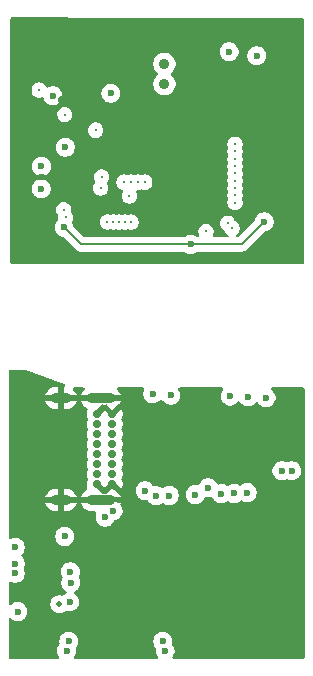
<source format=gbr>
%TF.GenerationSoftware,KiCad,Pcbnew,9.0.6-1.fc42*%
%TF.CreationDate,2025-11-23T12:28:42-08:00*%
%TF.ProjectId,MainBoard,4d61696e-426f-4617-9264-2e6b69636164,rev?*%
%TF.SameCoordinates,Original*%
%TF.FileFunction,Copper,L2,Inr*%
%TF.FilePolarity,Positive*%
%FSLAX46Y46*%
G04 Gerber Fmt 4.6, Leading zero omitted, Abs format (unit mm)*
G04 Created by KiCad (PCBNEW 9.0.6-1.fc42) date 2025-11-23 12:28:42*
%MOMM*%
%LPD*%
G01*
G04 APERTURE LIST*
%TA.AperFunction,HeatsinkPad*%
%ADD10C,0.600000*%
%TD*%
%TA.AperFunction,ComponentPad*%
%ADD11C,0.700000*%
%TD*%
%TA.AperFunction,ComponentPad*%
%ADD12O,1.700000X0.900000*%
%TD*%
%TA.AperFunction,ComponentPad*%
%ADD13O,2.400000X0.900000*%
%TD*%
%TA.AperFunction,ViaPad*%
%ADD14C,0.600000*%
%TD*%
%TA.AperFunction,ViaPad*%
%ADD15C,0.300000*%
%TD*%
%TA.AperFunction,ViaPad*%
%ADD16C,0.500000*%
%TD*%
%TA.AperFunction,ViaPad*%
%ADD17C,0.900000*%
%TD*%
%TA.AperFunction,ViaPad*%
%ADD18C,0.700000*%
%TD*%
%TA.AperFunction,Conductor*%
%ADD19C,0.200000*%
%TD*%
G04 APERTURE END LIST*
D10*
%TO.N,LIPO GND*%
%TO.C,U1*%
X81630000Y-65060000D03*
X81630000Y-63660000D03*
X80930000Y-65760000D03*
X80930000Y-64360000D03*
X80930000Y-62960000D03*
X80230000Y-65060000D03*
X80230000Y-63660000D03*
X79530000Y-65760000D03*
X79530000Y-64360000D03*
X79530000Y-62960000D03*
X78830000Y-65060000D03*
X78830000Y-63660000D03*
%TD*%
D11*
%TO.N,LIPO GND*%
%TO.C,J3*%
X72752964Y-94700000D03*
%TO.N,Net-(D3-A1)*%
X72752964Y-93850000D03*
%TO.N,Net-(J3-CC1)*%
X72752964Y-93000000D03*
%TO.N,CONN_0*%
X72752964Y-92150000D03*
%TO.N,CONN_2*%
X72752964Y-91300000D03*
%TO.N,unconnected-(J3-SBU1-PadA8)*%
X72752964Y-90450000D03*
%TO.N,Net-(D3-A1)*%
X72752964Y-89600000D03*
%TO.N,LIPO GND*%
X72752964Y-88750000D03*
X71402964Y-88750000D03*
%TO.N,Net-(D3-A1)*%
X71402964Y-89600000D03*
%TO.N,Net-(J3-CC2)*%
X71402964Y-90450000D03*
%TO.N,CONN_0*%
X71402964Y-91300000D03*
%TO.N,CONN_2*%
X71402964Y-92150000D03*
%TO.N,unconnected-(J3-SBU2-PadB8)*%
X71402964Y-93000000D03*
%TO.N,Net-(D3-A1)*%
X71402964Y-93850000D03*
%TO.N,LIPO GND*%
X71402964Y-94700000D03*
D12*
X68392964Y-96050000D03*
D13*
X71772964Y-96050000D03*
D12*
X68392964Y-87400000D03*
D13*
X71772964Y-87400000D03*
%TD*%
D14*
%TO.N,CONN_29*%
X64512800Y-100050000D03*
X76454047Y-95665953D03*
%TO.N,CONN_7*%
X69220000Y-103040000D03*
X83054047Y-95484047D03*
D15*
%TO.N,CONN_2*%
X71825000Y-68700000D03*
X68610834Y-71464482D03*
D14*
X72803964Y-96960000D03*
%TO.N,CONN_10*%
X69190000Y-102100000D03*
X81954047Y-95494047D03*
%TO.N,CONN_14*%
X68710000Y-99120000D03*
X79754047Y-95575953D03*
D16*
%TO.N,BZR*%
X68250000Y-104850000D03*
D14*
%TO.N,CONN_15*%
X69050000Y-108000000D03*
X87100000Y-93560000D03*
X77000000Y-108000000D03*
%TO.N,CONN_11*%
X72130000Y-97490000D03*
X75504047Y-95250000D03*
%TO.N,CONN_18*%
X84234000Y-87296000D03*
D17*
X77139800Y-60807600D03*
D14*
X82710000Y-87240000D03*
X82625000Y-58075000D03*
D17*
X77139800Y-59105800D03*
D14*
X77680000Y-87160000D03*
X64740000Y-105480000D03*
X68760916Y-66172535D03*
X76150000Y-87050000D03*
X80854047Y-94994047D03*
X85759000Y-87371000D03*
X67703700Y-61810900D03*
X66720000Y-69690000D03*
D15*
%TO.N,GPIO0*%
X71325000Y-64725000D03*
X68700000Y-63400000D03*
X66550000Y-61325000D03*
D14*
%TO.N,CHIP_PU*%
X72615531Y-61601015D03*
X84963000Y-58420000D03*
%TO.N,CONN_6*%
X84154047Y-95405953D03*
X69125003Y-104670000D03*
D15*
%TO.N,CONN_0*%
X71750000Y-69620000D03*
X68775000Y-72100000D03*
%TO.N,DATA9*%
X83125000Y-68381250D03*
%TO.N,DATA13*%
X83125000Y-70850000D03*
%TO.N,DATA10*%
X83125000Y-68998438D03*
%TO.N,DATA7*%
X74178727Y-70291272D03*
%TO.N,DATA5*%
X74312500Y-69125000D03*
%TO.N,DATA6*%
X73725000Y-69125000D03*
%TO.N,DATA12*%
X83125000Y-70232813D03*
%TO.N,DATA2*%
X83125000Y-67146875D03*
%TO.N,DATA15*%
X82872800Y-73025000D03*
%TO.N,DATA14*%
X82500000Y-72600000D03*
%TO.N,DATA0*%
X83125000Y-65912500D03*
%TO.N,DATA4*%
X74900000Y-69125000D03*
%TO.N,DATA3*%
X75487500Y-69125000D03*
%TO.N,DATA1*%
X83125000Y-66529688D03*
%TO.N,DATA11*%
X83125000Y-69615625D03*
%TO.N,DATA8*%
X83125000Y-67764063D03*
%TO.N,RET*%
X80668914Y-73302001D03*
D14*
%TO.N,HATS_ENABLE*%
X85610000Y-72470000D03*
X68650000Y-72950000D03*
X79362600Y-74402000D03*
D15*
%TO.N,INDEX1*%
X72824994Y-72500000D03*
%TO.N,INDEX4*%
X74325003Y-72500000D03*
%TO.N,INDEX0*%
X72324991Y-72500000D03*
%TO.N,INDEX2*%
X73324997Y-72500000D03*
%TO.N,INDEX3*%
X73825000Y-72500000D03*
D14*
%TO.N,CONN_28*%
X64530000Y-101430000D03*
X77554047Y-95655953D03*
%TO.N,CONN_16*%
X87910000Y-93560000D03*
X77205000Y-108795000D03*
X68860000Y-108790000D03*
D15*
%TO.N,LIPO GND*%
X86300000Y-70250000D03*
D17*
X77241400Y-57353200D03*
D14*
X78654047Y-91675953D03*
X68470000Y-55890000D03*
X76000000Y-57500000D03*
X79600000Y-87220000D03*
X74550000Y-106920000D03*
X80890000Y-87160000D03*
X88057419Y-101680000D03*
X72350000Y-71125000D03*
X66760000Y-68700000D03*
X74489100Y-65739100D03*
X65380000Y-97420000D03*
X67919600Y-63677800D03*
D15*
X80000000Y-71010000D03*
D14*
X81685000Y-87265000D03*
X64670000Y-63990000D03*
D18*
X68503800Y-62128400D03*
D17*
X64700000Y-98339999D03*
D14*
X67730000Y-88750000D03*
X84505800Y-60223400D03*
X84175600Y-55803800D03*
X74142600Y-64922400D03*
X65989200Y-58801000D03*
D16*
X68420000Y-107100000D03*
D14*
X78675000Y-102925000D03*
D15*
X85070000Y-69090000D03*
D14*
X78650000Y-89050000D03*
X84475000Y-63225000D03*
D15*
X67290000Y-97550000D03*
D14*
X74380000Y-87180000D03*
X67360000Y-89680000D03*
D17*
X84150000Y-106850000D03*
D16*
X66940000Y-75210000D03*
D14*
X74880000Y-91470000D03*
X80220000Y-55970000D03*
X81864200Y-60553600D03*
X66660000Y-92420000D03*
X86156000Y-57734200D03*
X84937600Y-55905400D03*
X85090000Y-93390000D03*
X76510000Y-62730000D03*
%TO.N,CONN_21*%
X66740000Y-67770000D03*
X64520000Y-102250000D03*
%TD*%
D19*
%TO.N,HATS_ENABLE*%
X85610000Y-72470000D02*
X83678000Y-74402000D01*
X83678000Y-74402000D02*
X79362600Y-74402000D01*
X70102000Y-74402000D02*
X79362600Y-74402000D01*
X68650000Y-72950000D02*
X70102000Y-74402000D01*
%TD*%
%TA.AperFunction,Conductor*%
%TO.N,LIPO GND*%
G36*
X69000263Y-55169685D02*
G01*
X69020905Y-55186319D01*
X69039950Y-55205364D01*
X69040914Y-55206008D01*
X69040913Y-55206008D01*
X69041171Y-55206181D01*
X69086420Y-55224614D01*
X69086419Y-55224614D01*
X69086676Y-55224718D01*
X69132019Y-55243500D01*
X69132780Y-55243500D01*
X69133485Y-55243787D01*
X69182200Y-55243501D01*
X69182925Y-55243500D01*
X88845500Y-55243500D01*
X88912539Y-55263185D01*
X88958294Y-55315989D01*
X88969500Y-55367500D01*
X88969500Y-75900500D01*
X88949815Y-75967539D01*
X88897011Y-76013294D01*
X88845500Y-76024500D01*
X64234500Y-76024500D01*
X64167461Y-76004815D01*
X64121706Y-75952011D01*
X64110500Y-75900500D01*
X64110500Y-72871153D01*
X67849500Y-72871153D01*
X67849500Y-73028846D01*
X67880261Y-73183489D01*
X67880264Y-73183501D01*
X67940602Y-73329172D01*
X67940609Y-73329185D01*
X68028210Y-73460288D01*
X68028213Y-73460292D01*
X68139707Y-73571786D01*
X68139711Y-73571789D01*
X68270814Y-73659390D01*
X68270827Y-73659397D01*
X68412836Y-73718218D01*
X68416503Y-73719737D01*
X68481147Y-73732595D01*
X68571849Y-73750638D01*
X68633760Y-73783023D01*
X68635339Y-73784574D01*
X69617139Y-74766374D01*
X69617149Y-74766385D01*
X69621479Y-74770715D01*
X69621480Y-74770716D01*
X69733284Y-74882520D01*
X69820095Y-74932639D01*
X69820097Y-74932641D01*
X69858151Y-74954611D01*
X69870215Y-74961577D01*
X70022943Y-75002500D01*
X70181057Y-75002500D01*
X78782834Y-75002500D01*
X78849873Y-75022185D01*
X78851725Y-75023398D01*
X78983414Y-75111390D01*
X78983427Y-75111397D01*
X79129098Y-75171735D01*
X79129103Y-75171737D01*
X79283753Y-75202499D01*
X79283756Y-75202500D01*
X79283758Y-75202500D01*
X79441444Y-75202500D01*
X79441445Y-75202499D01*
X79596097Y-75171737D01*
X79741779Y-75111394D01*
X79741785Y-75111390D01*
X79873475Y-75023398D01*
X79940153Y-75002520D01*
X79942366Y-75002500D01*
X83591331Y-75002500D01*
X83591347Y-75002501D01*
X83598943Y-75002501D01*
X83757054Y-75002501D01*
X83757057Y-75002501D01*
X83909785Y-74961577D01*
X83959904Y-74932639D01*
X84046716Y-74882520D01*
X84158520Y-74770716D01*
X84158520Y-74770714D01*
X84168728Y-74760507D01*
X84168729Y-74760504D01*
X85624664Y-73304571D01*
X85685985Y-73271088D01*
X85688152Y-73270637D01*
X85688841Y-73270500D01*
X85688842Y-73270500D01*
X85843497Y-73239737D01*
X85979264Y-73183501D01*
X85989172Y-73179397D01*
X85989172Y-73179396D01*
X85989179Y-73179394D01*
X86120289Y-73091789D01*
X86231789Y-72980289D01*
X86319394Y-72849179D01*
X86325162Y-72835255D01*
X86370609Y-72725534D01*
X86379737Y-72703497D01*
X86410500Y-72548842D01*
X86410500Y-72391158D01*
X86410500Y-72391155D01*
X86410499Y-72391153D01*
X86379738Y-72236510D01*
X86379738Y-72236508D01*
X86379737Y-72236503D01*
X86358541Y-72185331D01*
X86319397Y-72090827D01*
X86319390Y-72090814D01*
X86231789Y-71959711D01*
X86231786Y-71959707D01*
X86120292Y-71848213D01*
X86120288Y-71848210D01*
X85989185Y-71760609D01*
X85989172Y-71760602D01*
X85843501Y-71700264D01*
X85843489Y-71700261D01*
X85688845Y-71669500D01*
X85688842Y-71669500D01*
X85531158Y-71669500D01*
X85531155Y-71669500D01*
X85376510Y-71700261D01*
X85376498Y-71700264D01*
X85230827Y-71760602D01*
X85230814Y-71760609D01*
X85099711Y-71848210D01*
X85099707Y-71848213D01*
X84988213Y-71959707D01*
X84988210Y-71959711D01*
X84900609Y-72090814D01*
X84900602Y-72090827D01*
X84840264Y-72236498D01*
X84840261Y-72236508D01*
X84809362Y-72391848D01*
X84776977Y-72453759D01*
X84775426Y-72455337D01*
X83465584Y-73765181D01*
X83404261Y-73798666D01*
X83377903Y-73801500D01*
X83290327Y-73801500D01*
X83223288Y-73781815D01*
X83177533Y-73729011D01*
X83167589Y-73659853D01*
X83196614Y-73596297D01*
X83221436Y-73574398D01*
X83287469Y-73530276D01*
X83378073Y-73439672D01*
X83378076Y-73439669D01*
X83449265Y-73333127D01*
X83498301Y-73214744D01*
X83516053Y-73125500D01*
X83523300Y-73089071D01*
X83523300Y-72960928D01*
X83498302Y-72835261D01*
X83498301Y-72835260D01*
X83498301Y-72835256D01*
X83449265Y-72716873D01*
X83449264Y-72716872D01*
X83449261Y-72716866D01*
X83378076Y-72610331D01*
X83378073Y-72610327D01*
X83287472Y-72519726D01*
X83287468Y-72519723D01*
X83180933Y-72448538D01*
X83180917Y-72448530D01*
X83180601Y-72448399D01*
X83180460Y-72448285D01*
X83175557Y-72445665D01*
X83176054Y-72444734D01*
X83126202Y-72404552D01*
X83113505Y-72381295D01*
X83076468Y-72291879D01*
X83076461Y-72291866D01*
X83005276Y-72185331D01*
X83005273Y-72185327D01*
X82914672Y-72094726D01*
X82914668Y-72094723D01*
X82808133Y-72023538D01*
X82808124Y-72023533D01*
X82689744Y-71974499D01*
X82689738Y-71974497D01*
X82564071Y-71949500D01*
X82564069Y-71949500D01*
X82435931Y-71949500D01*
X82435929Y-71949500D01*
X82310261Y-71974497D01*
X82310255Y-71974499D01*
X82191875Y-72023533D01*
X82191866Y-72023538D01*
X82085331Y-72094723D01*
X82085327Y-72094726D01*
X81994726Y-72185327D01*
X81994723Y-72185331D01*
X81923538Y-72291866D01*
X81923533Y-72291875D01*
X81874499Y-72410255D01*
X81874497Y-72410261D01*
X81849500Y-72535928D01*
X81849500Y-72535931D01*
X81849500Y-72664069D01*
X81849500Y-72664071D01*
X81849499Y-72664071D01*
X81874497Y-72789738D01*
X81874499Y-72789744D01*
X81923533Y-72908124D01*
X81923538Y-72908133D01*
X81994723Y-73014668D01*
X81994726Y-73014672D01*
X82085327Y-73105273D01*
X82085335Y-73105279D01*
X82191869Y-73176463D01*
X82191871Y-73176464D01*
X82191873Y-73176465D01*
X82192178Y-73176591D01*
X82192316Y-73176702D01*
X82197247Y-73179338D01*
X82196747Y-73180272D01*
X82246584Y-73220429D01*
X82259293Y-73243701D01*
X82296335Y-73333127D01*
X82296338Y-73333133D01*
X82367523Y-73439668D01*
X82367526Y-73439672D01*
X82458130Y-73530276D01*
X82524164Y-73574398D01*
X82568969Y-73628010D01*
X82577676Y-73697335D01*
X82547522Y-73760362D01*
X82488079Y-73797082D01*
X82455273Y-73801500D01*
X81349497Y-73801500D01*
X81282458Y-73781815D01*
X81236703Y-73729011D01*
X81226759Y-73659853D01*
X81243539Y-73616055D01*
X81242506Y-73615503D01*
X81245375Y-73610132D01*
X81245379Y-73610128D01*
X81294415Y-73491745D01*
X81319414Y-73366070D01*
X81319414Y-73237932D01*
X81319414Y-73237929D01*
X81294416Y-73112262D01*
X81294415Y-73112261D01*
X81294415Y-73112257D01*
X81245379Y-72993874D01*
X81245378Y-72993873D01*
X81245375Y-72993867D01*
X81174190Y-72887332D01*
X81174187Y-72887328D01*
X81083586Y-72796727D01*
X81083582Y-72796724D01*
X80977047Y-72725539D01*
X80977038Y-72725534D01*
X80858658Y-72676500D01*
X80858652Y-72676498D01*
X80732985Y-72651501D01*
X80732983Y-72651501D01*
X80604845Y-72651501D01*
X80604843Y-72651501D01*
X80479175Y-72676498D01*
X80479169Y-72676500D01*
X80360789Y-72725534D01*
X80360780Y-72725539D01*
X80254245Y-72796724D01*
X80254241Y-72796727D01*
X80163640Y-72887328D01*
X80163637Y-72887332D01*
X80092452Y-72993867D01*
X80092447Y-72993876D01*
X80043413Y-73112256D01*
X80043411Y-73112262D01*
X80018414Y-73237929D01*
X80018414Y-73237932D01*
X80018414Y-73366070D01*
X80018414Y-73366072D01*
X80018413Y-73366072D01*
X80043411Y-73491739D01*
X80043413Y-73491745D01*
X80092447Y-73610125D01*
X80095322Y-73615503D01*
X80093841Y-73616294D01*
X80094473Y-73618312D01*
X80101125Y-73625989D01*
X80104734Y-73651092D01*
X80112311Y-73675295D01*
X80109623Y-73685090D01*
X80111069Y-73695147D01*
X80100532Y-73718218D01*
X80093822Y-73742674D01*
X80086264Y-73749461D01*
X80082044Y-73758703D01*
X80060708Y-73772414D01*
X80041840Y-73789361D01*
X80030246Y-73791991D01*
X80023266Y-73796477D01*
X79988331Y-73801500D01*
X79942366Y-73801500D01*
X79875327Y-73781815D01*
X79873475Y-73780602D01*
X79741785Y-73692609D01*
X79741772Y-73692602D01*
X79596101Y-73632264D01*
X79596089Y-73632261D01*
X79441445Y-73601500D01*
X79441442Y-73601500D01*
X79283758Y-73601500D01*
X79283755Y-73601500D01*
X79129110Y-73632261D01*
X79129098Y-73632264D01*
X78983427Y-73692602D01*
X78983414Y-73692609D01*
X78851725Y-73780602D01*
X78785047Y-73801480D01*
X78782834Y-73801500D01*
X70402097Y-73801500D01*
X70335058Y-73781815D01*
X70314416Y-73765181D01*
X69484574Y-72935339D01*
X69451089Y-72874016D01*
X69450638Y-72871849D01*
X69421534Y-72725539D01*
X69419737Y-72716503D01*
X69419735Y-72716498D01*
X69359397Y-72570828D01*
X69359396Y-72570827D01*
X69359394Y-72570821D01*
X69354884Y-72564071D01*
X71674490Y-72564071D01*
X71699488Y-72689738D01*
X71699490Y-72689744D01*
X71748524Y-72808124D01*
X71748529Y-72808133D01*
X71819714Y-72914668D01*
X71819717Y-72914672D01*
X71910318Y-73005273D01*
X71910322Y-73005276D01*
X72016857Y-73076461D01*
X72016863Y-73076464D01*
X72016864Y-73076465D01*
X72135247Y-73125501D01*
X72135251Y-73125501D01*
X72135252Y-73125502D01*
X72260919Y-73150500D01*
X72260922Y-73150500D01*
X72389062Y-73150500D01*
X72514730Y-73125502D01*
X72514730Y-73125501D01*
X72514735Y-73125501D01*
X72527537Y-73120197D01*
X72597005Y-73112728D01*
X72622444Y-73120197D01*
X72635245Y-73125499D01*
X72635250Y-73125501D01*
X72635254Y-73125501D01*
X72635255Y-73125502D01*
X72760922Y-73150500D01*
X72760925Y-73150500D01*
X72889065Y-73150500D01*
X73014733Y-73125502D01*
X73014733Y-73125501D01*
X73014738Y-73125501D01*
X73027540Y-73120197D01*
X73097008Y-73112728D01*
X73122447Y-73120197D01*
X73135248Y-73125499D01*
X73135253Y-73125501D01*
X73135257Y-73125501D01*
X73135258Y-73125502D01*
X73260925Y-73150500D01*
X73260928Y-73150500D01*
X73389068Y-73150500D01*
X73514736Y-73125502D01*
X73514736Y-73125501D01*
X73514741Y-73125501D01*
X73527543Y-73120197D01*
X73597011Y-73112728D01*
X73622450Y-73120197D01*
X73635251Y-73125499D01*
X73635256Y-73125501D01*
X73635260Y-73125501D01*
X73635261Y-73125502D01*
X73760928Y-73150500D01*
X73760931Y-73150500D01*
X73889071Y-73150500D01*
X74014739Y-73125502D01*
X74014739Y-73125501D01*
X74014744Y-73125501D01*
X74027546Y-73120197D01*
X74097014Y-73112728D01*
X74122453Y-73120197D01*
X74135254Y-73125499D01*
X74135259Y-73125501D01*
X74135263Y-73125501D01*
X74135264Y-73125502D01*
X74260931Y-73150500D01*
X74260934Y-73150500D01*
X74389074Y-73150500D01*
X74473618Y-73133682D01*
X74514747Y-73125501D01*
X74633130Y-73076465D01*
X74739672Y-73005276D01*
X74830279Y-72914669D01*
X74901468Y-72808127D01*
X74950504Y-72689744D01*
X74966301Y-72610331D01*
X74975503Y-72564071D01*
X74975503Y-72435928D01*
X74950505Y-72310261D01*
X74950504Y-72310260D01*
X74950504Y-72310256D01*
X74901468Y-72191873D01*
X74901467Y-72191872D01*
X74901464Y-72191866D01*
X74830279Y-72085331D01*
X74830276Y-72085327D01*
X74739675Y-71994726D01*
X74739671Y-71994723D01*
X74633136Y-71923538D01*
X74633127Y-71923533D01*
X74514747Y-71874499D01*
X74514741Y-71874497D01*
X74389074Y-71849500D01*
X74389072Y-71849500D01*
X74260934Y-71849500D01*
X74260932Y-71849500D01*
X74135265Y-71874497D01*
X74135259Y-71874499D01*
X74122445Y-71879806D01*
X74052975Y-71887269D01*
X74027552Y-71879804D01*
X74023514Y-71878131D01*
X74014744Y-71874499D01*
X74014742Y-71874498D01*
X74014738Y-71874497D01*
X73889071Y-71849500D01*
X73889069Y-71849500D01*
X73760931Y-71849500D01*
X73760929Y-71849500D01*
X73635262Y-71874497D01*
X73635256Y-71874499D01*
X73622442Y-71879806D01*
X73552972Y-71887269D01*
X73527549Y-71879804D01*
X73523511Y-71878131D01*
X73514741Y-71874499D01*
X73514739Y-71874498D01*
X73514735Y-71874497D01*
X73389068Y-71849500D01*
X73389066Y-71849500D01*
X73260928Y-71849500D01*
X73260926Y-71849500D01*
X73135259Y-71874497D01*
X73135253Y-71874499D01*
X73122439Y-71879806D01*
X73052969Y-71887269D01*
X73027546Y-71879804D01*
X73023508Y-71878131D01*
X73014738Y-71874499D01*
X73014736Y-71874498D01*
X73014732Y-71874497D01*
X72889065Y-71849500D01*
X72889063Y-71849500D01*
X72760925Y-71849500D01*
X72760923Y-71849500D01*
X72635256Y-71874497D01*
X72635250Y-71874499D01*
X72622436Y-71879806D01*
X72552966Y-71887269D01*
X72527543Y-71879804D01*
X72523505Y-71878131D01*
X72514735Y-71874499D01*
X72514733Y-71874498D01*
X72514729Y-71874497D01*
X72389062Y-71849500D01*
X72389060Y-71849500D01*
X72260922Y-71849500D01*
X72260920Y-71849500D01*
X72135252Y-71874497D01*
X72135246Y-71874499D01*
X72016866Y-71923533D01*
X72016857Y-71923538D01*
X71910322Y-71994723D01*
X71910318Y-71994726D01*
X71819717Y-72085327D01*
X71819714Y-72085331D01*
X71748529Y-72191866D01*
X71748524Y-72191875D01*
X71699490Y-72310255D01*
X71699488Y-72310261D01*
X71674491Y-72435928D01*
X71674491Y-72435931D01*
X71674491Y-72564069D01*
X71674491Y-72564071D01*
X71674490Y-72564071D01*
X69354884Y-72564071D01*
X69347105Y-72552430D01*
X69343519Y-72540978D01*
X69335933Y-72531678D01*
X69333272Y-72508252D01*
X69326228Y-72485754D01*
X69329206Y-72472443D01*
X69328049Y-72462254D01*
X69335841Y-72442788D01*
X69338994Y-72428700D01*
X69342585Y-72421415D01*
X69351465Y-72408127D01*
X69400501Y-72289744D01*
X69419969Y-72191875D01*
X69425500Y-72164071D01*
X69425500Y-72035928D01*
X69400502Y-71910261D01*
X69400501Y-71910260D01*
X69400501Y-71910256D01*
X69351465Y-71791873D01*
X69351464Y-71791872D01*
X69351461Y-71791866D01*
X69280275Y-71685330D01*
X69277134Y-71681502D01*
X69249820Y-71617193D01*
X69251368Y-71578646D01*
X69261334Y-71528551D01*
X69261334Y-71400413D01*
X69261334Y-71400410D01*
X69236336Y-71274743D01*
X69236335Y-71274742D01*
X69236335Y-71274738D01*
X69198408Y-71183174D01*
X69187300Y-71156357D01*
X69187295Y-71156348D01*
X69116110Y-71049813D01*
X69116107Y-71049809D01*
X69025506Y-70959208D01*
X69025502Y-70959205D01*
X68918967Y-70888020D01*
X68918958Y-70888015D01*
X68800578Y-70838981D01*
X68800572Y-70838979D01*
X68674905Y-70813982D01*
X68674903Y-70813982D01*
X68546765Y-70813982D01*
X68546763Y-70813982D01*
X68421095Y-70838979D01*
X68421089Y-70838981D01*
X68302709Y-70888015D01*
X68302700Y-70888020D01*
X68196165Y-70959205D01*
X68196161Y-70959208D01*
X68105560Y-71049809D01*
X68105557Y-71049813D01*
X68034372Y-71156348D01*
X68034367Y-71156357D01*
X67985333Y-71274737D01*
X67985331Y-71274743D01*
X67960334Y-71400410D01*
X67960334Y-71400413D01*
X67960334Y-71528551D01*
X67960334Y-71528553D01*
X67960333Y-71528553D01*
X67985331Y-71654220D01*
X67985333Y-71654226D01*
X68034367Y-71772606D01*
X68034372Y-71772615D01*
X68105557Y-71879151D01*
X68108700Y-71882980D01*
X68136013Y-71947290D01*
X68134464Y-71985837D01*
X68124500Y-72035928D01*
X68124500Y-72164073D01*
X68141325Y-72248659D01*
X68135098Y-72318251D01*
X68107390Y-72360531D01*
X68028210Y-72439711D01*
X67940609Y-72570814D01*
X67940602Y-72570827D01*
X67880264Y-72716498D01*
X67880261Y-72716510D01*
X67849500Y-72871153D01*
X64110500Y-72871153D01*
X64110500Y-69611153D01*
X65919500Y-69611153D01*
X65919500Y-69768846D01*
X65950261Y-69923489D01*
X65950264Y-69923501D01*
X66010602Y-70069172D01*
X66010609Y-70069185D01*
X66098210Y-70200288D01*
X66098213Y-70200292D01*
X66209707Y-70311786D01*
X66209711Y-70311789D01*
X66340814Y-70399390D01*
X66340827Y-70399397D01*
X66486498Y-70459735D01*
X66486503Y-70459737D01*
X66641153Y-70490499D01*
X66641156Y-70490500D01*
X66641158Y-70490500D01*
X66798844Y-70490500D01*
X66798845Y-70490499D01*
X66953497Y-70459737D01*
X67099179Y-70399394D01*
X67230289Y-70311789D01*
X67341789Y-70200289D01*
X67429394Y-70069179D01*
X67489737Y-69923497D01*
X67520500Y-69768842D01*
X67520500Y-69684071D01*
X71099499Y-69684071D01*
X71124497Y-69809738D01*
X71124499Y-69809744D01*
X71173533Y-69928124D01*
X71173538Y-69928133D01*
X71244723Y-70034668D01*
X71244726Y-70034672D01*
X71335327Y-70125273D01*
X71335331Y-70125276D01*
X71441866Y-70196461D01*
X71441875Y-70196466D01*
X71451105Y-70200289D01*
X71560256Y-70245501D01*
X71560260Y-70245501D01*
X71560261Y-70245502D01*
X71685928Y-70270500D01*
X71685931Y-70270500D01*
X71814071Y-70270500D01*
X71898615Y-70253682D01*
X71939744Y-70245501D01*
X72058127Y-70196465D01*
X72164669Y-70125276D01*
X72255276Y-70034669D01*
X72326465Y-69928127D01*
X72375501Y-69809744D01*
X72387285Y-69750502D01*
X72400500Y-69684071D01*
X72400500Y-69555928D01*
X72375502Y-69430261D01*
X72375501Y-69430260D01*
X72375501Y-69430256D01*
X72326465Y-69311873D01*
X72305540Y-69280556D01*
X72284662Y-69213879D01*
X72291467Y-69189071D01*
X73074499Y-69189071D01*
X73099497Y-69314738D01*
X73099499Y-69314744D01*
X73148533Y-69433124D01*
X73148538Y-69433133D01*
X73219723Y-69539668D01*
X73219726Y-69539672D01*
X73310327Y-69630273D01*
X73310331Y-69630276D01*
X73416866Y-69701461D01*
X73416875Y-69701466D01*
X73443692Y-69712574D01*
X73535256Y-69750501D01*
X73549597Y-69753353D01*
X73611508Y-69785737D01*
X73646083Y-69846453D01*
X73642344Y-69916222D01*
X73628510Y-69943861D01*
X73602264Y-69983140D01*
X73602260Y-69983147D01*
X73553226Y-70101527D01*
X73553224Y-70101533D01*
X73528227Y-70227200D01*
X73528227Y-70227203D01*
X73528227Y-70355341D01*
X73528227Y-70355343D01*
X73528226Y-70355343D01*
X73553224Y-70481010D01*
X73553226Y-70481016D01*
X73602260Y-70599396D01*
X73602265Y-70599405D01*
X73673450Y-70705940D01*
X73673453Y-70705944D01*
X73764054Y-70796545D01*
X73764058Y-70796548D01*
X73870593Y-70867733D01*
X73870599Y-70867736D01*
X73870600Y-70867737D01*
X73988983Y-70916773D01*
X73988987Y-70916773D01*
X73988988Y-70916774D01*
X74114655Y-70941772D01*
X74114658Y-70941772D01*
X74242798Y-70941772D01*
X74327342Y-70924954D01*
X74368471Y-70916773D01*
X74486854Y-70867737D01*
X74593396Y-70796548D01*
X74684003Y-70705941D01*
X74755192Y-70599399D01*
X74804228Y-70481016D01*
X74815858Y-70422551D01*
X74829227Y-70355343D01*
X74829227Y-70227200D01*
X74804229Y-70101533D01*
X74804228Y-70101532D01*
X74804228Y-70101528D01*
X74755192Y-69983145D01*
X74755189Y-69983140D01*
X74755187Y-69983136D01*
X74745335Y-69968392D01*
X74724456Y-69901715D01*
X74742940Y-69834334D01*
X74794918Y-69787644D01*
X74848436Y-69775500D01*
X74964071Y-69775500D01*
X75075406Y-69753353D01*
X75089744Y-69750501D01*
X75146300Y-69727074D01*
X75215765Y-69719606D01*
X75241193Y-69727072D01*
X75297756Y-69750501D01*
X75297760Y-69750501D01*
X75297761Y-69750502D01*
X75423428Y-69775500D01*
X75423431Y-69775500D01*
X75551571Y-69775500D01*
X75662906Y-69753353D01*
X75677244Y-69750501D01*
X75795627Y-69701465D01*
X75902169Y-69630276D01*
X75992776Y-69539669D01*
X76063965Y-69433127D01*
X76113001Y-69314744D01*
X76133065Y-69213879D01*
X76138000Y-69189071D01*
X76138000Y-69060928D01*
X76113002Y-68935261D01*
X76113001Y-68935260D01*
X76113001Y-68935256D01*
X76063965Y-68816873D01*
X76063964Y-68816872D01*
X76063961Y-68816866D01*
X75992776Y-68710331D01*
X75992773Y-68710327D01*
X75902172Y-68619726D01*
X75902168Y-68619723D01*
X75795633Y-68548538D01*
X75795624Y-68548533D01*
X75677244Y-68499499D01*
X75677238Y-68499497D01*
X75551571Y-68474500D01*
X75551569Y-68474500D01*
X75423431Y-68474500D01*
X75423429Y-68474500D01*
X75297762Y-68499497D01*
X75297754Y-68499499D01*
X75241202Y-68522924D01*
X75171732Y-68530393D01*
X75146298Y-68522924D01*
X75089745Y-68499499D01*
X75089737Y-68499497D01*
X74964071Y-68474500D01*
X74964069Y-68474500D01*
X74835931Y-68474500D01*
X74835929Y-68474500D01*
X74710262Y-68499497D01*
X74710254Y-68499499D01*
X74653702Y-68522924D01*
X74584232Y-68530393D01*
X74558798Y-68522924D01*
X74502245Y-68499499D01*
X74502237Y-68499497D01*
X74376571Y-68474500D01*
X74376569Y-68474500D01*
X74248431Y-68474500D01*
X74248429Y-68474500D01*
X74122762Y-68499497D01*
X74122754Y-68499499D01*
X74066202Y-68522924D01*
X73996732Y-68530393D01*
X73971298Y-68522924D01*
X73914745Y-68499499D01*
X73914737Y-68499497D01*
X73789071Y-68474500D01*
X73789069Y-68474500D01*
X73660931Y-68474500D01*
X73660929Y-68474500D01*
X73535261Y-68499497D01*
X73535255Y-68499499D01*
X73416875Y-68548533D01*
X73416866Y-68548538D01*
X73310331Y-68619723D01*
X73310327Y-68619726D01*
X73219726Y-68710327D01*
X73219723Y-68710331D01*
X73148538Y-68816866D01*
X73148533Y-68816875D01*
X73099499Y-68935255D01*
X73099497Y-68935261D01*
X73074500Y-69060928D01*
X73074500Y-69060931D01*
X73074500Y-69189069D01*
X73074500Y-69189071D01*
X73074499Y-69189071D01*
X72291467Y-69189071D01*
X72303146Y-69146499D01*
X72306422Y-69141472D01*
X72312885Y-69132059D01*
X72330276Y-69114669D01*
X72401465Y-69008127D01*
X72450501Y-68889744D01*
X72466623Y-68808694D01*
X72475500Y-68764071D01*
X72475500Y-68635928D01*
X72450502Y-68510261D01*
X72450501Y-68510260D01*
X72450501Y-68510256D01*
X72401465Y-68391873D01*
X72401464Y-68391872D01*
X72401461Y-68391866D01*
X72330276Y-68285331D01*
X72330273Y-68285327D01*
X72239672Y-68194726D01*
X72239668Y-68194723D01*
X72133133Y-68123538D01*
X72133124Y-68123533D01*
X72014744Y-68074499D01*
X72014738Y-68074497D01*
X71889071Y-68049500D01*
X71889069Y-68049500D01*
X71760931Y-68049500D01*
X71760929Y-68049500D01*
X71635261Y-68074497D01*
X71635255Y-68074499D01*
X71516875Y-68123533D01*
X71516866Y-68123538D01*
X71410331Y-68194723D01*
X71410327Y-68194726D01*
X71319726Y-68285327D01*
X71319723Y-68285331D01*
X71248538Y-68391866D01*
X71248533Y-68391875D01*
X71199499Y-68510255D01*
X71199497Y-68510261D01*
X71174500Y-68635928D01*
X71174500Y-68635931D01*
X71174500Y-68764069D01*
X71174500Y-68764071D01*
X71174499Y-68764071D01*
X71199497Y-68889738D01*
X71199499Y-68889744D01*
X71248533Y-69008124D01*
X71248538Y-69008133D01*
X71269459Y-69039443D01*
X71290337Y-69106121D01*
X71271852Y-69173501D01*
X71254041Y-69196012D01*
X71244728Y-69205325D01*
X71244723Y-69205331D01*
X71173538Y-69311866D01*
X71173533Y-69311875D01*
X71124499Y-69430255D01*
X71124497Y-69430261D01*
X71099500Y-69555928D01*
X71099500Y-69555931D01*
X71099500Y-69684069D01*
X71099500Y-69684071D01*
X71099499Y-69684071D01*
X67520500Y-69684071D01*
X67520500Y-69611158D01*
X67506280Y-69539672D01*
X67489738Y-69456510D01*
X67489737Y-69456503D01*
X67480057Y-69433133D01*
X67429397Y-69310827D01*
X67429390Y-69310814D01*
X67341789Y-69179711D01*
X67341786Y-69179707D01*
X67230292Y-69068213D01*
X67230288Y-69068210D01*
X67099185Y-68980609D01*
X67099172Y-68980602D01*
X66953501Y-68920264D01*
X66953489Y-68920261D01*
X66798845Y-68889500D01*
X66798842Y-68889500D01*
X66641158Y-68889500D01*
X66641155Y-68889500D01*
X66486510Y-68920261D01*
X66486498Y-68920264D01*
X66340827Y-68980602D01*
X66340814Y-68980609D01*
X66209711Y-69068210D01*
X66209707Y-69068213D01*
X66098213Y-69179707D01*
X66098210Y-69179711D01*
X66010609Y-69310814D01*
X66010602Y-69310827D01*
X65950264Y-69456498D01*
X65950261Y-69456510D01*
X65919500Y-69611153D01*
X64110500Y-69611153D01*
X64110500Y-67691153D01*
X65939500Y-67691153D01*
X65939500Y-67848846D01*
X65970261Y-68003489D01*
X65970264Y-68003501D01*
X66030602Y-68149172D01*
X66030609Y-68149185D01*
X66118210Y-68280288D01*
X66118213Y-68280292D01*
X66229707Y-68391786D01*
X66229711Y-68391789D01*
X66360814Y-68479390D01*
X66360827Y-68479397D01*
X66483944Y-68530393D01*
X66506503Y-68539737D01*
X66661153Y-68570499D01*
X66661156Y-68570500D01*
X66661158Y-68570500D01*
X66818844Y-68570500D01*
X66818845Y-68570499D01*
X66973497Y-68539737D01*
X67119179Y-68479394D01*
X67250289Y-68391789D01*
X67361789Y-68280289D01*
X67449394Y-68149179D01*
X67509737Y-68003497D01*
X67540500Y-67848842D01*
X67540500Y-67691158D01*
X67540500Y-67691155D01*
X67540499Y-67691153D01*
X67509738Y-67536510D01*
X67509737Y-67536503D01*
X67509735Y-67536498D01*
X67449397Y-67390827D01*
X67449390Y-67390814D01*
X67361789Y-67259711D01*
X67361786Y-67259707D01*
X67250292Y-67148213D01*
X67250288Y-67148210D01*
X67119185Y-67060609D01*
X67119172Y-67060602D01*
X66973501Y-67000264D01*
X66973489Y-67000261D01*
X66818845Y-66969500D01*
X66818842Y-66969500D01*
X66661158Y-66969500D01*
X66661155Y-66969500D01*
X66506510Y-67000261D01*
X66506498Y-67000264D01*
X66360827Y-67060602D01*
X66360814Y-67060609D01*
X66229711Y-67148210D01*
X66229707Y-67148213D01*
X66118213Y-67259707D01*
X66118210Y-67259711D01*
X66030609Y-67390814D01*
X66030602Y-67390827D01*
X65970264Y-67536498D01*
X65970261Y-67536510D01*
X65939500Y-67691153D01*
X64110500Y-67691153D01*
X64110500Y-66093688D01*
X67960416Y-66093688D01*
X67960416Y-66251381D01*
X67991177Y-66406024D01*
X67991180Y-66406036D01*
X68051518Y-66551707D01*
X68051525Y-66551720D01*
X68139126Y-66682823D01*
X68139129Y-66682827D01*
X68250623Y-66794321D01*
X68250627Y-66794324D01*
X68381730Y-66881925D01*
X68381743Y-66881932D01*
X68527414Y-66942270D01*
X68527419Y-66942272D01*
X68682069Y-66973034D01*
X68682072Y-66973035D01*
X68682074Y-66973035D01*
X68839760Y-66973035D01*
X68839761Y-66973034D01*
X68994413Y-66942272D01*
X69140095Y-66881929D01*
X69271205Y-66794324D01*
X69382705Y-66682824D01*
X69470310Y-66551714D01*
X69530653Y-66406032D01*
X69561416Y-66251377D01*
X69561416Y-66093693D01*
X69561416Y-66093690D01*
X69561415Y-66093688D01*
X69538119Y-65976571D01*
X82474499Y-65976571D01*
X82499497Y-66102238D01*
X82499500Y-66102248D01*
X82529072Y-66173642D01*
X82536541Y-66243112D01*
X82529072Y-66268546D01*
X82499500Y-66339939D01*
X82499497Y-66339949D01*
X82474500Y-66465616D01*
X82474500Y-66465619D01*
X82474500Y-66593757D01*
X82474500Y-66593759D01*
X82474499Y-66593759D01*
X82499497Y-66719426D01*
X82499500Y-66719436D01*
X82529072Y-66790829D01*
X82536541Y-66860298D01*
X82529072Y-66885733D01*
X82499500Y-66957126D01*
X82499497Y-66957136D01*
X82474500Y-67082803D01*
X82474500Y-67082806D01*
X82474500Y-67210944D01*
X82474500Y-67210946D01*
X82474499Y-67210946D01*
X82499497Y-67336613D01*
X82499500Y-67336623D01*
X82529072Y-67408017D01*
X82536541Y-67477487D01*
X82529072Y-67502921D01*
X82499500Y-67574314D01*
X82499497Y-67574324D01*
X82474500Y-67699991D01*
X82474500Y-67699994D01*
X82474500Y-67828132D01*
X82474500Y-67828134D01*
X82474499Y-67828134D01*
X82499497Y-67953801D01*
X82499500Y-67953811D01*
X82529072Y-68025204D01*
X82536541Y-68094673D01*
X82529072Y-68120108D01*
X82499500Y-68191501D01*
X82499497Y-68191511D01*
X82474500Y-68317178D01*
X82474500Y-68317181D01*
X82474500Y-68445319D01*
X82474500Y-68445321D01*
X82474499Y-68445321D01*
X82499497Y-68570988D01*
X82499500Y-68570998D01*
X82529072Y-68642392D01*
X82536541Y-68711862D01*
X82529072Y-68737296D01*
X82499500Y-68808689D01*
X82499497Y-68808699D01*
X82474500Y-68934366D01*
X82474500Y-68934369D01*
X82474500Y-69062507D01*
X82474500Y-69062509D01*
X82474499Y-69062509D01*
X82499497Y-69188176D01*
X82499500Y-69188186D01*
X82529072Y-69259579D01*
X82536541Y-69329048D01*
X82529072Y-69354483D01*
X82499500Y-69425876D01*
X82499497Y-69425886D01*
X82474500Y-69551553D01*
X82474500Y-69551556D01*
X82474500Y-69679694D01*
X82474500Y-69679696D01*
X82474499Y-69679696D01*
X82499497Y-69805363D01*
X82499500Y-69805373D01*
X82529072Y-69876767D01*
X82536541Y-69946237D01*
X82529072Y-69971671D01*
X82499500Y-70043064D01*
X82499497Y-70043074D01*
X82474500Y-70168741D01*
X82474500Y-70168744D01*
X82474500Y-70296882D01*
X82474500Y-70296884D01*
X82474499Y-70296884D01*
X82499497Y-70422551D01*
X82499500Y-70422561D01*
X82529072Y-70493954D01*
X82536541Y-70563423D01*
X82529072Y-70588858D01*
X82499500Y-70660251D01*
X82499497Y-70660261D01*
X82474500Y-70785928D01*
X82474500Y-70785931D01*
X82474500Y-70914069D01*
X82474500Y-70914071D01*
X82474499Y-70914071D01*
X82499497Y-71039738D01*
X82499499Y-71039744D01*
X82548533Y-71158124D01*
X82548538Y-71158133D01*
X82619723Y-71264668D01*
X82619726Y-71264672D01*
X82710327Y-71355273D01*
X82710331Y-71355276D01*
X82816866Y-71426461D01*
X82816872Y-71426464D01*
X82816873Y-71426465D01*
X82935256Y-71475501D01*
X82935260Y-71475501D01*
X82935261Y-71475502D01*
X83060928Y-71500500D01*
X83060931Y-71500500D01*
X83189071Y-71500500D01*
X83273615Y-71483682D01*
X83314744Y-71475501D01*
X83433127Y-71426465D01*
X83539669Y-71355276D01*
X83630276Y-71264669D01*
X83701465Y-71158127D01*
X83750501Y-71039744D01*
X83766521Y-70959208D01*
X83775500Y-70914071D01*
X83775500Y-70785928D01*
X83750502Y-70660261D01*
X83750501Y-70660260D01*
X83750501Y-70660256D01*
X83720926Y-70588858D01*
X83713458Y-70519390D01*
X83720924Y-70493961D01*
X83750501Y-70422557D01*
X83763871Y-70355343D01*
X83775500Y-70296884D01*
X83775500Y-70168741D01*
X83750502Y-70043074D01*
X83750501Y-70043073D01*
X83750501Y-70043069D01*
X83720926Y-69971671D01*
X83713458Y-69902203D01*
X83720927Y-69876766D01*
X83738503Y-69834334D01*
X83750501Y-69805369D01*
X83771169Y-69701466D01*
X83775500Y-69679696D01*
X83775500Y-69551553D01*
X83750502Y-69425886D01*
X83750501Y-69425885D01*
X83750501Y-69425881D01*
X83720926Y-69354483D01*
X83713458Y-69285015D01*
X83720924Y-69259586D01*
X83750501Y-69188182D01*
X83765124Y-69114669D01*
X83775500Y-69062509D01*
X83775500Y-68934366D01*
X83750502Y-68808699D01*
X83750501Y-68808698D01*
X83750501Y-68808694D01*
X83720926Y-68737296D01*
X83713458Y-68667828D01*
X83720927Y-68642391D01*
X83730316Y-68619724D01*
X83750501Y-68570994D01*
X83764723Y-68499497D01*
X83775500Y-68445321D01*
X83775500Y-68317178D01*
X83750502Y-68191511D01*
X83750501Y-68191510D01*
X83750501Y-68191506D01*
X83720926Y-68120108D01*
X83713458Y-68050640D01*
X83720924Y-68025211D01*
X83750501Y-67953807D01*
X83771380Y-67848844D01*
X83775500Y-67828134D01*
X83775500Y-67699991D01*
X83750502Y-67574324D01*
X83750501Y-67574323D01*
X83750501Y-67574319D01*
X83720926Y-67502921D01*
X83713458Y-67433453D01*
X83720927Y-67408016D01*
X83728047Y-67390827D01*
X83750501Y-67336619D01*
X83758682Y-67295490D01*
X83775500Y-67210946D01*
X83775500Y-67082803D01*
X83750502Y-66957136D01*
X83750501Y-66957135D01*
X83750501Y-66957131D01*
X83720926Y-66885733D01*
X83713458Y-66816265D01*
X83720924Y-66790836D01*
X83750501Y-66719432D01*
X83775500Y-66593757D01*
X83775500Y-66465619D01*
X83775500Y-66465616D01*
X83750502Y-66339949D01*
X83750501Y-66339948D01*
X83750501Y-66339944D01*
X83720926Y-66268546D01*
X83713458Y-66199078D01*
X83720927Y-66173641D01*
X83750501Y-66102244D01*
X83775500Y-65976569D01*
X83775500Y-65848431D01*
X83775500Y-65848428D01*
X83750502Y-65722761D01*
X83750501Y-65722760D01*
X83750501Y-65722756D01*
X83701465Y-65604373D01*
X83701464Y-65604372D01*
X83701461Y-65604366D01*
X83630276Y-65497831D01*
X83630273Y-65497827D01*
X83539672Y-65407226D01*
X83539668Y-65407223D01*
X83433133Y-65336038D01*
X83433124Y-65336033D01*
X83314744Y-65286999D01*
X83314738Y-65286997D01*
X83189071Y-65262000D01*
X83189069Y-65262000D01*
X83060931Y-65262000D01*
X83060929Y-65262000D01*
X82935261Y-65286997D01*
X82935255Y-65286999D01*
X82816875Y-65336033D01*
X82816866Y-65336038D01*
X82710331Y-65407223D01*
X82710327Y-65407226D01*
X82619726Y-65497827D01*
X82619723Y-65497831D01*
X82548538Y-65604366D01*
X82548533Y-65604375D01*
X82499499Y-65722755D01*
X82499497Y-65722761D01*
X82474500Y-65848428D01*
X82474500Y-65848431D01*
X82474500Y-65976569D01*
X82474500Y-65976571D01*
X82474499Y-65976571D01*
X69538119Y-65976571D01*
X69530654Y-65939045D01*
X69530653Y-65939038D01*
X69530651Y-65939033D01*
X69510255Y-65889791D01*
X69470313Y-65793362D01*
X69470306Y-65793349D01*
X69382705Y-65662246D01*
X69382702Y-65662242D01*
X69271208Y-65550748D01*
X69271204Y-65550745D01*
X69140101Y-65463144D01*
X69140088Y-65463137D01*
X68994417Y-65402799D01*
X68994405Y-65402796D01*
X68839761Y-65372035D01*
X68839758Y-65372035D01*
X68682074Y-65372035D01*
X68682071Y-65372035D01*
X68527426Y-65402796D01*
X68527414Y-65402799D01*
X68381743Y-65463137D01*
X68381730Y-65463144D01*
X68250627Y-65550745D01*
X68250623Y-65550748D01*
X68139129Y-65662242D01*
X68139126Y-65662246D01*
X68051525Y-65793349D01*
X68051518Y-65793362D01*
X67991180Y-65939033D01*
X67991177Y-65939045D01*
X67960416Y-66093688D01*
X64110500Y-66093688D01*
X64110500Y-64789071D01*
X70674499Y-64789071D01*
X70699497Y-64914738D01*
X70699499Y-64914744D01*
X70748533Y-65033124D01*
X70748538Y-65033133D01*
X70819723Y-65139668D01*
X70819726Y-65139672D01*
X70910327Y-65230273D01*
X70910331Y-65230276D01*
X71016866Y-65301461D01*
X71016872Y-65301464D01*
X71016873Y-65301465D01*
X71135256Y-65350501D01*
X71135260Y-65350501D01*
X71135261Y-65350502D01*
X71260928Y-65375500D01*
X71260931Y-65375500D01*
X71389071Y-65375500D01*
X71473615Y-65358682D01*
X71514744Y-65350501D01*
X71633127Y-65301465D01*
X71739669Y-65230276D01*
X71830276Y-65139669D01*
X71901465Y-65033127D01*
X71950501Y-64914744D01*
X71975500Y-64789069D01*
X71975500Y-64660931D01*
X71975500Y-64660928D01*
X71950502Y-64535261D01*
X71950501Y-64535260D01*
X71950501Y-64535256D01*
X71901465Y-64416873D01*
X71901464Y-64416872D01*
X71901461Y-64416866D01*
X71830276Y-64310331D01*
X71830273Y-64310327D01*
X71739672Y-64219726D01*
X71739668Y-64219723D01*
X71633133Y-64148538D01*
X71633124Y-64148533D01*
X71514744Y-64099499D01*
X71514738Y-64099497D01*
X71389071Y-64074500D01*
X71389069Y-64074500D01*
X71260931Y-64074500D01*
X71260929Y-64074500D01*
X71135261Y-64099497D01*
X71135255Y-64099499D01*
X71016875Y-64148533D01*
X71016866Y-64148538D01*
X70910331Y-64219723D01*
X70910327Y-64219726D01*
X70819726Y-64310327D01*
X70819723Y-64310331D01*
X70748538Y-64416866D01*
X70748533Y-64416875D01*
X70699499Y-64535255D01*
X70699497Y-64535261D01*
X70674500Y-64660928D01*
X70674500Y-64660931D01*
X70674500Y-64789069D01*
X70674500Y-64789071D01*
X70674499Y-64789071D01*
X64110500Y-64789071D01*
X64110500Y-63464071D01*
X68049499Y-63464071D01*
X68074497Y-63589738D01*
X68074499Y-63589744D01*
X68123533Y-63708124D01*
X68123538Y-63708133D01*
X68194723Y-63814668D01*
X68194726Y-63814672D01*
X68285327Y-63905273D01*
X68285331Y-63905276D01*
X68391866Y-63976461D01*
X68391872Y-63976464D01*
X68391873Y-63976465D01*
X68510256Y-64025501D01*
X68510260Y-64025501D01*
X68510261Y-64025502D01*
X68635928Y-64050500D01*
X68635931Y-64050500D01*
X68764071Y-64050500D01*
X68848615Y-64033682D01*
X68889744Y-64025501D01*
X69008127Y-63976465D01*
X69114669Y-63905276D01*
X69205276Y-63814669D01*
X69276465Y-63708127D01*
X69325501Y-63589744D01*
X69350500Y-63464069D01*
X69350500Y-63335931D01*
X69350500Y-63335928D01*
X69325502Y-63210261D01*
X69325501Y-63210260D01*
X69325501Y-63210256D01*
X69276465Y-63091873D01*
X69276464Y-63091872D01*
X69276461Y-63091866D01*
X69205276Y-62985331D01*
X69205273Y-62985327D01*
X69114672Y-62894726D01*
X69114668Y-62894723D01*
X69008133Y-62823538D01*
X69008124Y-62823533D01*
X68889744Y-62774499D01*
X68889738Y-62774497D01*
X68764071Y-62749500D01*
X68764069Y-62749500D01*
X68635931Y-62749500D01*
X68635929Y-62749500D01*
X68510261Y-62774497D01*
X68510255Y-62774499D01*
X68391875Y-62823533D01*
X68391866Y-62823538D01*
X68285331Y-62894723D01*
X68285327Y-62894726D01*
X68194726Y-62985327D01*
X68194723Y-62985331D01*
X68123538Y-63091866D01*
X68123533Y-63091875D01*
X68074499Y-63210255D01*
X68074497Y-63210261D01*
X68049500Y-63335928D01*
X68049500Y-63335931D01*
X68049500Y-63464069D01*
X68049500Y-63464071D01*
X68049499Y-63464071D01*
X64110500Y-63464071D01*
X64110500Y-61389071D01*
X65899499Y-61389071D01*
X65924497Y-61514738D01*
X65924499Y-61514744D01*
X65973533Y-61633124D01*
X65973538Y-61633133D01*
X66044723Y-61739668D01*
X66044726Y-61739672D01*
X66135327Y-61830273D01*
X66135331Y-61830276D01*
X66241866Y-61901461D01*
X66241872Y-61901464D01*
X66241873Y-61901465D01*
X66360256Y-61950501D01*
X66360260Y-61950501D01*
X66360261Y-61950502D01*
X66485928Y-61975500D01*
X66485931Y-61975500D01*
X66614071Y-61975500D01*
X66698615Y-61958682D01*
X66739744Y-61950501D01*
X66762332Y-61941144D01*
X66831798Y-61933676D01*
X66894278Y-61964950D01*
X66929931Y-62025039D01*
X66931400Y-62031514D01*
X66933961Y-62044391D01*
X66933964Y-62044401D01*
X66994302Y-62190072D01*
X66994309Y-62190085D01*
X67081910Y-62321188D01*
X67081913Y-62321192D01*
X67193407Y-62432686D01*
X67193411Y-62432689D01*
X67324514Y-62520290D01*
X67324527Y-62520297D01*
X67470198Y-62580635D01*
X67470203Y-62580637D01*
X67624853Y-62611399D01*
X67624856Y-62611400D01*
X67624858Y-62611400D01*
X67782544Y-62611400D01*
X67782545Y-62611399D01*
X67937197Y-62580637D01*
X68082879Y-62520294D01*
X68213989Y-62432689D01*
X68325489Y-62321189D01*
X68413094Y-62190079D01*
X68473437Y-62044397D01*
X68504200Y-61889742D01*
X68504200Y-61732058D01*
X68504200Y-61732055D01*
X68504199Y-61732053D01*
X68493817Y-61679859D01*
X68473437Y-61577403D01*
X68450558Y-61522168D01*
X71815031Y-61522168D01*
X71815031Y-61679861D01*
X71845792Y-61834504D01*
X71845795Y-61834516D01*
X71906133Y-61980187D01*
X71906140Y-61980200D01*
X71993741Y-62111303D01*
X71993744Y-62111307D01*
X72105238Y-62222801D01*
X72105242Y-62222804D01*
X72236345Y-62310405D01*
X72236358Y-62310412D01*
X72382029Y-62370750D01*
X72382034Y-62370752D01*
X72536684Y-62401514D01*
X72536687Y-62401515D01*
X72536689Y-62401515D01*
X72694375Y-62401515D01*
X72694376Y-62401514D01*
X72849028Y-62370752D01*
X72994710Y-62310409D01*
X73125820Y-62222804D01*
X73237320Y-62111304D01*
X73324925Y-61980194D01*
X73385268Y-61834512D01*
X73416031Y-61679857D01*
X73416031Y-61522173D01*
X73416031Y-61522170D01*
X73416030Y-61522168D01*
X73398037Y-61431714D01*
X73385268Y-61367518D01*
X73385266Y-61367513D01*
X73324928Y-61221842D01*
X73324921Y-61221829D01*
X73237320Y-61090726D01*
X73237317Y-61090722D01*
X73125823Y-60979228D01*
X73125819Y-60979225D01*
X72994716Y-60891624D01*
X72994703Y-60891617D01*
X72849032Y-60831279D01*
X72849020Y-60831276D01*
X72694376Y-60800515D01*
X72694373Y-60800515D01*
X72536689Y-60800515D01*
X72536686Y-60800515D01*
X72382041Y-60831276D01*
X72382029Y-60831279D01*
X72236358Y-60891617D01*
X72236345Y-60891624D01*
X72105242Y-60979225D01*
X72105238Y-60979228D01*
X71993744Y-61090722D01*
X71993741Y-61090726D01*
X71906140Y-61221829D01*
X71906133Y-61221842D01*
X71845795Y-61367513D01*
X71845792Y-61367525D01*
X71815031Y-61522168D01*
X68450558Y-61522168D01*
X68441136Y-61499420D01*
X68413097Y-61431727D01*
X68413090Y-61431714D01*
X68325489Y-61300611D01*
X68325486Y-61300607D01*
X68213992Y-61189113D01*
X68213988Y-61189110D01*
X68082885Y-61101509D01*
X68082872Y-61101502D01*
X67937201Y-61041164D01*
X67937189Y-61041161D01*
X67782545Y-61010400D01*
X67782542Y-61010400D01*
X67624858Y-61010400D01*
X67624855Y-61010400D01*
X67470210Y-61041161D01*
X67470198Y-61041164D01*
X67324527Y-61101502D01*
X67324508Y-61101513D01*
X67322477Y-61102870D01*
X67321251Y-61103253D01*
X67319146Y-61104379D01*
X67318932Y-61103979D01*
X67255798Y-61123743D01*
X67188420Y-61105254D01*
X67141733Y-61053272D01*
X67139041Y-61047235D01*
X67126465Y-61016873D01*
X67126461Y-61016866D01*
X67055276Y-60910331D01*
X67055273Y-60910327D01*
X66964672Y-60819726D01*
X66964668Y-60819723D01*
X66858133Y-60748538D01*
X66858124Y-60748533D01*
X66739744Y-60699499D01*
X66739738Y-60699497D01*
X66614071Y-60674500D01*
X66614069Y-60674500D01*
X66485931Y-60674500D01*
X66485929Y-60674500D01*
X66360261Y-60699497D01*
X66360255Y-60699499D01*
X66241875Y-60748533D01*
X66241866Y-60748538D01*
X66135331Y-60819723D01*
X66135327Y-60819726D01*
X66044726Y-60910327D01*
X66044723Y-60910331D01*
X65973538Y-61016866D01*
X65973533Y-61016875D01*
X65924499Y-61135255D01*
X65924497Y-61135261D01*
X65899500Y-61260928D01*
X65899500Y-61260931D01*
X65899500Y-61389069D01*
X65899500Y-61389071D01*
X65899499Y-61389071D01*
X64110500Y-61389071D01*
X64110500Y-59012179D01*
X76189300Y-59012179D01*
X76189300Y-59199420D01*
X76225825Y-59383043D01*
X76225827Y-59383051D01*
X76297476Y-59556028D01*
X76297481Y-59556037D01*
X76401497Y-59711707D01*
X76401500Y-59711711D01*
X76533888Y-59844099D01*
X76533892Y-59844102D01*
X76548103Y-59853598D01*
X76592908Y-59907211D01*
X76601615Y-59976536D01*
X76571460Y-60039563D01*
X76548103Y-60059802D01*
X76533892Y-60069297D01*
X76533888Y-60069300D01*
X76401500Y-60201688D01*
X76401497Y-60201692D01*
X76297481Y-60357362D01*
X76297476Y-60357371D01*
X76225827Y-60530348D01*
X76225825Y-60530356D01*
X76189300Y-60713979D01*
X76189300Y-60901220D01*
X76225825Y-61084843D01*
X76225827Y-61084851D01*
X76297476Y-61257828D01*
X76297481Y-61257837D01*
X76401497Y-61413507D01*
X76401500Y-61413511D01*
X76533888Y-61545899D01*
X76533892Y-61545902D01*
X76689562Y-61649918D01*
X76689568Y-61649921D01*
X76689569Y-61649922D01*
X76862549Y-61721573D01*
X77046179Y-61758099D01*
X77046183Y-61758100D01*
X77046184Y-61758100D01*
X77233417Y-61758100D01*
X77233418Y-61758099D01*
X77417051Y-61721573D01*
X77590031Y-61649922D01*
X77745708Y-61545902D01*
X77878102Y-61413508D01*
X77982122Y-61257831D01*
X78053773Y-61084851D01*
X78090300Y-60901216D01*
X78090300Y-60713984D01*
X78053773Y-60530349D01*
X77982122Y-60357369D01*
X77982121Y-60357368D01*
X77982118Y-60357362D01*
X77878102Y-60201692D01*
X77878099Y-60201688D01*
X77745711Y-60069300D01*
X77745706Y-60069296D01*
X77731498Y-60059803D01*
X77686692Y-60006192D01*
X77677983Y-59936867D01*
X77708137Y-59873839D01*
X77731498Y-59853597D01*
X77736552Y-59850219D01*
X77745708Y-59844102D01*
X77878102Y-59711708D01*
X77982122Y-59556031D01*
X78053773Y-59383051D01*
X78090300Y-59199416D01*
X78090300Y-59012184D01*
X78053773Y-58828549D01*
X77982122Y-58655569D01*
X77982121Y-58655568D01*
X77982118Y-58655562D01*
X77878102Y-58499892D01*
X77878099Y-58499888D01*
X77745711Y-58367500D01*
X77745707Y-58367497D01*
X77590037Y-58263481D01*
X77590028Y-58263476D01*
X77417051Y-58191827D01*
X77417043Y-58191825D01*
X77233420Y-58155300D01*
X77233416Y-58155300D01*
X77046184Y-58155300D01*
X77046179Y-58155300D01*
X76862556Y-58191825D01*
X76862548Y-58191827D01*
X76689571Y-58263476D01*
X76689562Y-58263481D01*
X76533892Y-58367497D01*
X76533888Y-58367500D01*
X76401500Y-58499888D01*
X76401497Y-58499892D01*
X76297481Y-58655562D01*
X76297476Y-58655571D01*
X76225827Y-58828548D01*
X76225825Y-58828556D01*
X76189300Y-59012179D01*
X64110500Y-59012179D01*
X64110500Y-57996153D01*
X81824500Y-57996153D01*
X81824500Y-58153846D01*
X81855261Y-58308489D01*
X81855264Y-58308501D01*
X81915602Y-58454172D01*
X81915609Y-58454185D01*
X82003210Y-58585288D01*
X82003213Y-58585292D01*
X82114707Y-58696786D01*
X82114711Y-58696789D01*
X82245814Y-58784390D01*
X82245827Y-58784397D01*
X82352419Y-58828548D01*
X82391503Y-58844737D01*
X82546153Y-58875499D01*
X82546156Y-58875500D01*
X82546158Y-58875500D01*
X82703844Y-58875500D01*
X82703845Y-58875499D01*
X82858497Y-58844737D01*
X83004179Y-58784394D01*
X83135289Y-58696789D01*
X83246789Y-58585289D01*
X83334394Y-58454179D01*
X83381211Y-58341153D01*
X84162500Y-58341153D01*
X84162500Y-58498846D01*
X84193261Y-58653489D01*
X84193264Y-58653501D01*
X84253602Y-58799172D01*
X84253609Y-58799185D01*
X84341210Y-58930288D01*
X84341213Y-58930292D01*
X84452707Y-59041786D01*
X84452711Y-59041789D01*
X84583814Y-59129390D01*
X84583827Y-59129397D01*
X84729498Y-59189735D01*
X84729503Y-59189737D01*
X84884153Y-59220499D01*
X84884156Y-59220500D01*
X84884158Y-59220500D01*
X85041844Y-59220500D01*
X85041845Y-59220499D01*
X85196497Y-59189737D01*
X85342179Y-59129394D01*
X85473289Y-59041789D01*
X85584789Y-58930289D01*
X85672394Y-58799179D01*
X85732737Y-58653497D01*
X85763500Y-58498842D01*
X85763500Y-58341158D01*
X85763500Y-58341155D01*
X85763499Y-58341153D01*
X85733796Y-58191827D01*
X85732737Y-58186503D01*
X85732735Y-58186498D01*
X85672397Y-58040827D01*
X85672390Y-58040814D01*
X85584789Y-57909711D01*
X85584786Y-57909707D01*
X85473292Y-57798213D01*
X85473288Y-57798210D01*
X85342185Y-57710609D01*
X85342172Y-57710602D01*
X85196501Y-57650264D01*
X85196489Y-57650261D01*
X85041845Y-57619500D01*
X85041842Y-57619500D01*
X84884158Y-57619500D01*
X84884155Y-57619500D01*
X84729510Y-57650261D01*
X84729498Y-57650264D01*
X84583827Y-57710602D01*
X84583814Y-57710609D01*
X84452711Y-57798210D01*
X84452707Y-57798213D01*
X84341213Y-57909707D01*
X84341210Y-57909711D01*
X84253609Y-58040814D01*
X84253602Y-58040827D01*
X84193264Y-58186498D01*
X84193261Y-58186510D01*
X84162500Y-58341153D01*
X83381211Y-58341153D01*
X83394737Y-58308497D01*
X83425210Y-58155300D01*
X83425500Y-58153844D01*
X83425500Y-57996155D01*
X83425499Y-57996153D01*
X83394737Y-57841503D01*
X83376805Y-57798210D01*
X83334397Y-57695827D01*
X83334390Y-57695814D01*
X83246789Y-57564711D01*
X83246786Y-57564707D01*
X83135292Y-57453213D01*
X83135288Y-57453210D01*
X83004185Y-57365609D01*
X83004172Y-57365602D01*
X82858501Y-57305264D01*
X82858489Y-57305261D01*
X82703845Y-57274500D01*
X82703842Y-57274500D01*
X82546158Y-57274500D01*
X82546155Y-57274500D01*
X82391510Y-57305261D01*
X82391498Y-57305264D01*
X82245827Y-57365602D01*
X82245814Y-57365609D01*
X82114711Y-57453210D01*
X82114707Y-57453213D01*
X82003213Y-57564707D01*
X82003210Y-57564711D01*
X81915609Y-57695814D01*
X81915602Y-57695827D01*
X81855264Y-57841498D01*
X81855261Y-57841510D01*
X81824500Y-57996153D01*
X64110500Y-57996153D01*
X64110500Y-55274000D01*
X64130185Y-55206961D01*
X64182989Y-55161206D01*
X64234500Y-55150000D01*
X68933224Y-55150000D01*
X69000263Y-55169685D01*
G37*
%TD.AperFunction*%
%TD*%
%TA.AperFunction,Conductor*%
%TO.N,LIPO GND*%
G36*
X65454139Y-85014261D02*
G01*
X68672328Y-86209761D01*
X68728316Y-86251559D01*
X68752819Y-86316991D01*
X68738057Y-86385284D01*
X68688717Y-86434754D01*
X68647716Y-86445247D01*
X68642964Y-86450000D01*
X68642964Y-87100000D01*
X68142964Y-87100000D01*
X68142964Y-86450000D01*
X67899394Y-86450000D01*
X67715866Y-86486506D01*
X67715858Y-86486508D01*
X67542972Y-86558119D01*
X67542963Y-86558124D01*
X67387374Y-86662086D01*
X67387370Y-86662089D01*
X67255053Y-86794406D01*
X67255050Y-86794410D01*
X67151088Y-86949999D01*
X67151083Y-86950008D01*
X67079471Y-87122896D01*
X67079470Y-87122899D01*
X67074079Y-87149999D01*
X67074080Y-87150000D01*
X67825976Y-87150000D01*
X67808759Y-87159940D01*
X67752904Y-87215795D01*
X67713408Y-87284204D01*
X67692964Y-87360504D01*
X67692964Y-87439496D01*
X67713408Y-87515796D01*
X67752904Y-87584205D01*
X67808759Y-87640060D01*
X67825976Y-87650000D01*
X67074080Y-87650000D01*
X67079470Y-87677100D01*
X67079471Y-87677103D01*
X67151083Y-87849991D01*
X67151088Y-87850000D01*
X67255050Y-88005589D01*
X67255053Y-88005593D01*
X67387370Y-88137910D01*
X67387374Y-88137913D01*
X67542963Y-88241875D01*
X67542972Y-88241880D01*
X67715858Y-88313491D01*
X67715866Y-88313493D01*
X67899392Y-88349999D01*
X67899395Y-88350000D01*
X68142964Y-88350000D01*
X68142964Y-87700000D01*
X68642964Y-87700000D01*
X68642964Y-88350000D01*
X68886533Y-88350000D01*
X68886535Y-88349999D01*
X69070061Y-88313493D01*
X69070069Y-88313491D01*
X69242955Y-88241880D01*
X69242964Y-88241875D01*
X69398553Y-88137913D01*
X69398557Y-88137910D01*
X69530874Y-88005593D01*
X69530877Y-88005589D01*
X69634839Y-87850000D01*
X69634844Y-87849991D01*
X69706456Y-87677103D01*
X69706457Y-87677100D01*
X69711848Y-87650000D01*
X68959952Y-87650000D01*
X68977169Y-87640060D01*
X69033024Y-87584205D01*
X69072520Y-87515796D01*
X69092964Y-87439496D01*
X69092964Y-87360504D01*
X69072520Y-87284204D01*
X69033024Y-87215795D01*
X68977169Y-87159940D01*
X68959952Y-87150000D01*
X69711848Y-87150000D01*
X69711848Y-87149999D01*
X69706457Y-87122899D01*
X69706456Y-87122896D01*
X69634844Y-86950008D01*
X69634839Y-86949999D01*
X69530877Y-86794410D01*
X69530874Y-86794406D01*
X69448649Y-86712181D01*
X69415164Y-86650858D01*
X69420148Y-86581166D01*
X69462020Y-86525233D01*
X69527484Y-86500816D01*
X69536330Y-86500500D01*
X70279598Y-86500500D01*
X70346637Y-86520185D01*
X70392392Y-86572989D01*
X70402336Y-86642147D01*
X70373311Y-86705703D01*
X70367279Y-86712181D01*
X70285053Y-86794406D01*
X70285050Y-86794410D01*
X70181088Y-86949999D01*
X70181083Y-86950008D01*
X70109471Y-87122896D01*
X70109470Y-87122899D01*
X70104079Y-87149999D01*
X70104080Y-87150000D01*
X70855976Y-87150000D01*
X70838759Y-87159940D01*
X70782904Y-87215795D01*
X70743408Y-87284204D01*
X70722964Y-87360504D01*
X70722964Y-87439496D01*
X70743408Y-87515796D01*
X70782904Y-87584205D01*
X70838759Y-87640060D01*
X70855976Y-87650000D01*
X70104080Y-87650000D01*
X70109470Y-87677100D01*
X70109471Y-87677103D01*
X70181083Y-87849991D01*
X70181088Y-87850000D01*
X70285050Y-88005589D01*
X70285053Y-88005593D01*
X70417370Y-88137910D01*
X70417374Y-88137913D01*
X70578035Y-88245264D01*
X70577297Y-88246367D01*
X70622288Y-88290546D01*
X70637760Y-88358681D01*
X70628562Y-88398413D01*
X70585630Y-88502059D01*
X70585627Y-88502071D01*
X70552964Y-88666277D01*
X70552964Y-88833722D01*
X70585627Y-88997928D01*
X70585629Y-88997936D01*
X70639045Y-89126893D01*
X70646514Y-89196363D01*
X70639045Y-89221799D01*
X70585148Y-89351917D01*
X70585146Y-89351925D01*
X70552464Y-89516228D01*
X70552464Y-89683771D01*
X70585146Y-89848074D01*
X70585149Y-89848086D01*
X70638774Y-89977548D01*
X70646243Y-90047017D01*
X70638774Y-90072452D01*
X70585149Y-90201913D01*
X70585146Y-90201925D01*
X70552464Y-90366228D01*
X70552464Y-90533771D01*
X70585146Y-90698074D01*
X70585149Y-90698086D01*
X70638774Y-90827548D01*
X70646243Y-90897017D01*
X70638774Y-90922452D01*
X70585149Y-91051913D01*
X70585146Y-91051925D01*
X70552464Y-91216228D01*
X70552464Y-91383771D01*
X70585146Y-91548074D01*
X70585149Y-91548086D01*
X70638774Y-91677548D01*
X70646243Y-91747017D01*
X70638774Y-91772452D01*
X70585149Y-91901913D01*
X70585146Y-91901925D01*
X70552464Y-92066228D01*
X70552464Y-92233771D01*
X70585146Y-92398074D01*
X70585149Y-92398086D01*
X70638774Y-92527548D01*
X70646243Y-92597017D01*
X70638774Y-92622452D01*
X70585149Y-92751913D01*
X70585146Y-92751925D01*
X70552464Y-92916228D01*
X70552464Y-93083771D01*
X70585146Y-93248074D01*
X70585149Y-93248086D01*
X70638774Y-93377548D01*
X70646243Y-93447017D01*
X70638774Y-93472452D01*
X70585149Y-93601913D01*
X70585146Y-93601925D01*
X70552464Y-93766228D01*
X70552464Y-93933771D01*
X70585146Y-94098074D01*
X70585148Y-94098082D01*
X70639045Y-94228201D01*
X70646514Y-94297671D01*
X70639045Y-94323107D01*
X70585629Y-94452063D01*
X70585627Y-94452071D01*
X70552964Y-94616277D01*
X70552964Y-94783722D01*
X70585627Y-94947928D01*
X70585630Y-94947940D01*
X70628561Y-95051586D01*
X70636030Y-95121056D01*
X70604754Y-95183535D01*
X70577754Y-95204316D01*
X70578035Y-95204736D01*
X70417374Y-95312086D01*
X70417370Y-95312089D01*
X70285053Y-95444406D01*
X70285050Y-95444410D01*
X70181088Y-95599999D01*
X70181083Y-95600008D01*
X70109471Y-95772896D01*
X70109470Y-95772899D01*
X70104079Y-95799999D01*
X70104080Y-95800000D01*
X70855976Y-95800000D01*
X70838759Y-95809940D01*
X70782904Y-95865795D01*
X70743408Y-95934204D01*
X70722964Y-96010504D01*
X70722964Y-96089496D01*
X70743408Y-96165796D01*
X70782904Y-96234205D01*
X70838759Y-96290060D01*
X70855976Y-96300000D01*
X70104080Y-96300000D01*
X70109470Y-96327100D01*
X70109471Y-96327103D01*
X70181083Y-96499991D01*
X70181088Y-96500000D01*
X70285050Y-96655589D01*
X70285053Y-96655593D01*
X70417370Y-96787910D01*
X70417374Y-96787913D01*
X70572963Y-96891875D01*
X70572972Y-96891880D01*
X70745858Y-96963491D01*
X70745866Y-96963493D01*
X70929392Y-96999999D01*
X70929395Y-97000000D01*
X71280931Y-97000000D01*
X71347970Y-97019685D01*
X71393725Y-97072489D01*
X71403669Y-97141647D01*
X71395492Y-97171453D01*
X71360263Y-97256502D01*
X71360261Y-97256510D01*
X71329500Y-97411153D01*
X71329500Y-97568846D01*
X71360261Y-97723489D01*
X71360264Y-97723501D01*
X71420602Y-97869172D01*
X71420609Y-97869185D01*
X71508210Y-98000288D01*
X71508213Y-98000292D01*
X71619707Y-98111786D01*
X71619711Y-98111789D01*
X71750814Y-98199390D01*
X71750827Y-98199397D01*
X71896498Y-98259735D01*
X71896503Y-98259737D01*
X72051153Y-98290499D01*
X72051156Y-98290500D01*
X72051158Y-98290500D01*
X72208844Y-98290500D01*
X72208845Y-98290499D01*
X72363497Y-98259737D01*
X72509179Y-98199394D01*
X72640289Y-98111789D01*
X72751789Y-98000289D01*
X72839394Y-97869179D01*
X72859190Y-97821385D01*
X72903027Y-97766984D01*
X72949553Y-97747222D01*
X73037461Y-97729737D01*
X73183143Y-97669394D01*
X73314253Y-97581789D01*
X73425753Y-97470289D01*
X73513358Y-97339179D01*
X73573701Y-97193497D01*
X73604464Y-97038842D01*
X73604464Y-96881158D01*
X73604464Y-96881155D01*
X73604463Y-96881153D01*
X73585916Y-96787913D01*
X73573701Y-96726503D01*
X73558518Y-96689847D01*
X73513361Y-96580827D01*
X73513359Y-96580823D01*
X73513358Y-96580821D01*
X73437831Y-96467788D01*
X73416954Y-96401112D01*
X73426375Y-96351441D01*
X73436454Y-96327109D01*
X73436454Y-96327108D01*
X73441848Y-96300000D01*
X73294681Y-96300000D01*
X73227642Y-96280315D01*
X73225789Y-96279101D01*
X73183151Y-96250610D01*
X73183136Y-96250602D01*
X73037465Y-96190264D01*
X73037453Y-96190261D01*
X72882809Y-96159500D01*
X72882806Y-96159500D01*
X72804207Y-96159500D01*
X72822964Y-96089496D01*
X72822964Y-96010504D01*
X72802520Y-95934204D01*
X72763024Y-95865795D01*
X72707169Y-95809940D01*
X72689952Y-95800000D01*
X73441848Y-95800000D01*
X73441848Y-95799999D01*
X73436457Y-95772899D01*
X73436456Y-95772896D01*
X73364844Y-95600008D01*
X73364842Y-95600005D01*
X73314391Y-95524501D01*
X73258181Y-95518965D01*
X73193393Y-95492804D01*
X73182654Y-95483243D01*
X72870564Y-95171153D01*
X74703547Y-95171153D01*
X74703547Y-95328846D01*
X74734308Y-95483489D01*
X74734311Y-95483501D01*
X74794649Y-95629172D01*
X74794656Y-95629185D01*
X74882257Y-95760288D01*
X74882260Y-95760292D01*
X74993754Y-95871786D01*
X74993758Y-95871789D01*
X75124861Y-95959390D01*
X75124874Y-95959397D01*
X75248259Y-96010504D01*
X75270550Y-96019737D01*
X75425200Y-96050499D01*
X75425203Y-96050500D01*
X75425205Y-96050500D01*
X75582890Y-96050500D01*
X75616274Y-96043859D01*
X75647578Y-96037632D01*
X75717169Y-96043859D01*
X75772347Y-96086721D01*
X75774872Y-96090358D01*
X75832257Y-96176242D01*
X75943754Y-96287739D01*
X75943758Y-96287742D01*
X76074861Y-96375343D01*
X76074874Y-96375350D01*
X76196410Y-96425691D01*
X76220550Y-96435690D01*
X76375200Y-96466452D01*
X76375203Y-96466453D01*
X76375205Y-96466453D01*
X76532891Y-96466453D01*
X76532892Y-96466452D01*
X76687544Y-96435690D01*
X76833226Y-96375347D01*
X76833231Y-96375343D01*
X76833234Y-96375342D01*
X76888804Y-96338211D01*
X76942639Y-96302239D01*
X77009314Y-96281361D01*
X77076695Y-96299845D01*
X77080420Y-96302239D01*
X77174861Y-96365343D01*
X77174874Y-96365350D01*
X77320545Y-96425688D01*
X77320550Y-96425690D01*
X77441311Y-96449711D01*
X77475200Y-96456452D01*
X77475203Y-96456453D01*
X77475205Y-96456453D01*
X77632891Y-96456453D01*
X77632892Y-96456452D01*
X77787544Y-96425690D01*
X77906416Y-96376452D01*
X77933219Y-96365350D01*
X77933219Y-96365349D01*
X77933226Y-96365347D01*
X78064336Y-96277742D01*
X78175836Y-96166242D01*
X78263441Y-96035132D01*
X78269559Y-96020363D01*
X78323782Y-95889454D01*
X78323784Y-95889450D01*
X78354547Y-95734795D01*
X78354547Y-95577111D01*
X78354547Y-95577108D01*
X78354546Y-95577106D01*
X78342235Y-95515210D01*
X78338634Y-95497106D01*
X78953547Y-95497106D01*
X78953547Y-95654799D01*
X78984308Y-95809442D01*
X78984311Y-95809454D01*
X79044649Y-95955125D01*
X79044656Y-95955138D01*
X79132257Y-96086241D01*
X79132260Y-96086245D01*
X79243754Y-96197739D01*
X79243758Y-96197742D01*
X79374861Y-96285343D01*
X79374874Y-96285350D01*
X79502494Y-96338211D01*
X79520550Y-96345690D01*
X79669620Y-96375342D01*
X79675200Y-96376452D01*
X79675203Y-96376453D01*
X79675205Y-96376453D01*
X79832891Y-96376453D01*
X79832892Y-96376452D01*
X79987544Y-96345690D01*
X80111015Y-96294547D01*
X80133219Y-96285350D01*
X80133219Y-96285349D01*
X80133226Y-96285347D01*
X80264336Y-96197742D01*
X80375836Y-96086242D01*
X80463441Y-95955132D01*
X80509682Y-95843493D01*
X80553521Y-95789093D01*
X80619815Y-95767027D01*
X80648433Y-95769331D01*
X80775200Y-95794546D01*
X80775203Y-95794547D01*
X80775205Y-95794547D01*
X80932891Y-95794547D01*
X81054062Y-95770444D01*
X81087544Y-95763784D01*
X81087544Y-95763783D01*
X81091002Y-95763096D01*
X81160594Y-95769323D01*
X81215771Y-95812186D01*
X81229755Y-95837260D01*
X81244651Y-95873222D01*
X81244656Y-95873232D01*
X81332257Y-96004335D01*
X81332260Y-96004339D01*
X81443754Y-96115833D01*
X81443758Y-96115836D01*
X81574861Y-96203437D01*
X81574874Y-96203444D01*
X81696410Y-96253785D01*
X81720550Y-96263784D01*
X81875200Y-96294546D01*
X81875203Y-96294547D01*
X81875205Y-96294547D01*
X82032891Y-96294547D01*
X82032892Y-96294546D01*
X82187544Y-96263784D01*
X82300213Y-96217114D01*
X82333219Y-96203444D01*
X82333219Y-96203443D01*
X82333226Y-96203441D01*
X82333231Y-96203437D01*
X82333234Y-96203436D01*
X82374761Y-96175688D01*
X82442639Y-96130333D01*
X82509314Y-96109455D01*
X82576695Y-96127939D01*
X82580420Y-96130333D01*
X82674861Y-96193437D01*
X82674874Y-96193444D01*
X82812887Y-96250610D01*
X82820550Y-96253784D01*
X82959188Y-96281361D01*
X82975200Y-96284546D01*
X82975203Y-96284547D01*
X82975205Y-96284547D01*
X83132891Y-96284547D01*
X83132892Y-96284546D01*
X83287544Y-96253784D01*
X83401814Y-96206452D01*
X83433219Y-96193444D01*
X83433219Y-96193443D01*
X83433226Y-96193441D01*
X83564336Y-96105836D01*
X83570997Y-96099174D01*
X83632315Y-96065685D01*
X83702007Y-96070663D01*
X83727576Y-96083747D01*
X83774868Y-96115347D01*
X83774870Y-96115348D01*
X83774874Y-96115350D01*
X83920545Y-96175688D01*
X83920550Y-96175690D01*
X84060038Y-96203436D01*
X84075200Y-96206452D01*
X84075203Y-96206453D01*
X84075205Y-96206453D01*
X84232891Y-96206453D01*
X84232892Y-96206452D01*
X84387544Y-96175690D01*
X84502826Y-96127939D01*
X84533219Y-96115350D01*
X84533219Y-96115349D01*
X84533226Y-96115347D01*
X84664336Y-96027742D01*
X84775836Y-95916242D01*
X84863441Y-95785132D01*
X84923784Y-95639450D01*
X84954547Y-95484795D01*
X84954547Y-95327111D01*
X84954547Y-95327108D01*
X84954546Y-95327106D01*
X84928621Y-95196774D01*
X84923784Y-95172456D01*
X84923244Y-95171153D01*
X84863444Y-95026780D01*
X84863437Y-95026767D01*
X84775836Y-94895664D01*
X84775833Y-94895660D01*
X84664339Y-94784166D01*
X84664335Y-94784163D01*
X84533232Y-94696562D01*
X84533219Y-94696555D01*
X84387548Y-94636217D01*
X84387536Y-94636214D01*
X84232892Y-94605453D01*
X84232889Y-94605453D01*
X84075205Y-94605453D01*
X84075202Y-94605453D01*
X83920557Y-94636214D01*
X83920545Y-94636217D01*
X83774874Y-94696555D01*
X83774861Y-94696562D01*
X83643758Y-94784163D01*
X83643754Y-94784166D01*
X83637090Y-94790831D01*
X83575767Y-94824316D01*
X83506075Y-94819332D01*
X83480518Y-94806252D01*
X83433232Y-94774656D01*
X83433219Y-94774649D01*
X83287548Y-94714311D01*
X83287536Y-94714308D01*
X83132892Y-94683547D01*
X83132889Y-94683547D01*
X82975205Y-94683547D01*
X82975202Y-94683547D01*
X82820557Y-94714308D01*
X82820545Y-94714311D01*
X82674874Y-94774649D01*
X82674861Y-94774656D01*
X82565455Y-94847760D01*
X82498777Y-94868638D01*
X82431397Y-94850154D01*
X82427673Y-94847760D01*
X82333232Y-94784656D01*
X82333219Y-94784649D01*
X82187548Y-94724311D01*
X82187536Y-94724308D01*
X82032892Y-94693547D01*
X82032889Y-94693547D01*
X81875205Y-94693547D01*
X81875200Y-94693547D01*
X81717090Y-94724997D01*
X81647498Y-94718770D01*
X81592321Y-94675907D01*
X81578338Y-94650832D01*
X81563444Y-94614873D01*
X81563437Y-94614861D01*
X81475836Y-94483758D01*
X81475833Y-94483754D01*
X81364339Y-94372260D01*
X81364335Y-94372257D01*
X81233232Y-94284656D01*
X81233219Y-94284649D01*
X81087548Y-94224311D01*
X81087536Y-94224308D01*
X80932892Y-94193547D01*
X80932889Y-94193547D01*
X80775205Y-94193547D01*
X80775202Y-94193547D01*
X80620557Y-94224308D01*
X80620545Y-94224311D01*
X80474874Y-94284649D01*
X80474861Y-94284656D01*
X80343758Y-94372257D01*
X80343754Y-94372260D01*
X80232260Y-94483754D01*
X80232257Y-94483758D01*
X80144656Y-94614861D01*
X80144651Y-94614871D01*
X80098411Y-94726504D01*
X80054570Y-94780908D01*
X79988275Y-94802972D01*
X79959659Y-94800668D01*
X79832893Y-94775453D01*
X79832889Y-94775453D01*
X79675205Y-94775453D01*
X79675202Y-94775453D01*
X79520557Y-94806214D01*
X79520545Y-94806217D01*
X79374874Y-94866555D01*
X79374861Y-94866562D01*
X79243758Y-94954163D01*
X79243754Y-94954166D01*
X79132260Y-95065660D01*
X79132257Y-95065664D01*
X79044656Y-95196767D01*
X79044649Y-95196780D01*
X78984311Y-95342451D01*
X78984308Y-95342463D01*
X78953547Y-95497106D01*
X78338634Y-95497106D01*
X78323785Y-95422461D01*
X78323784Y-95422460D01*
X78323784Y-95422456D01*
X78323782Y-95422451D01*
X78263444Y-95276780D01*
X78263437Y-95276767D01*
X78175836Y-95145664D01*
X78175833Y-95145660D01*
X78064339Y-95034166D01*
X78064335Y-95034163D01*
X77933232Y-94946562D01*
X77933219Y-94946555D01*
X77787548Y-94886217D01*
X77787536Y-94886214D01*
X77632892Y-94855453D01*
X77632889Y-94855453D01*
X77475205Y-94855453D01*
X77475202Y-94855453D01*
X77320557Y-94886214D01*
X77320545Y-94886217D01*
X77174874Y-94946555D01*
X77174861Y-94946562D01*
X77065455Y-95019666D01*
X76998777Y-95040544D01*
X76931397Y-95022060D01*
X76927673Y-95019666D01*
X76833232Y-94956562D01*
X76833219Y-94956555D01*
X76687548Y-94896217D01*
X76687536Y-94896214D01*
X76532892Y-94865453D01*
X76532889Y-94865453D01*
X76375205Y-94865453D01*
X76375200Y-94865453D01*
X76310514Y-94878320D01*
X76240922Y-94872093D01*
X76185745Y-94829229D01*
X76183221Y-94825593D01*
X76125839Y-94739715D01*
X76125833Y-94739707D01*
X76014339Y-94628213D01*
X76014335Y-94628210D01*
X75883232Y-94540609D01*
X75883219Y-94540602D01*
X75737548Y-94480264D01*
X75737536Y-94480261D01*
X75582892Y-94449500D01*
X75582889Y-94449500D01*
X75425205Y-94449500D01*
X75425202Y-94449500D01*
X75270557Y-94480261D01*
X75270545Y-94480264D01*
X75124874Y-94540602D01*
X75124861Y-94540609D01*
X74993758Y-94628210D01*
X74993754Y-94628213D01*
X74882260Y-94739707D01*
X74882257Y-94739711D01*
X74794656Y-94870814D01*
X74794649Y-94870827D01*
X74734311Y-95016498D01*
X74734308Y-95016510D01*
X74703547Y-95171153D01*
X72870564Y-95171153D01*
X72752964Y-95053553D01*
X72324457Y-95482060D01*
X72263134Y-95515545D01*
X72193442Y-95510561D01*
X72149095Y-95482060D01*
X72077964Y-95410929D01*
X72006832Y-95482061D01*
X71945509Y-95515545D01*
X71875817Y-95510561D01*
X71831470Y-95482060D01*
X71313868Y-94964457D01*
X71309529Y-94956511D01*
X71302281Y-94951085D01*
X71293046Y-94926325D01*
X71280383Y-94903134D01*
X71281028Y-94894103D01*
X71277865Y-94885621D01*
X71282845Y-94862724D01*
X71289673Y-94869552D01*
X71363182Y-94900000D01*
X71442746Y-94900000D01*
X71516255Y-94869552D01*
X71572516Y-94813291D01*
X71602964Y-94739782D01*
X71602964Y-94677380D01*
X71647168Y-94668587D01*
X71716759Y-94674814D01*
X71759040Y-94702523D01*
X72077964Y-95021446D01*
X72077965Y-95021446D01*
X72396887Y-94702523D01*
X72458210Y-94669038D01*
X72508758Y-94668587D01*
X72552964Y-94677380D01*
X72552964Y-94739782D01*
X72583412Y-94813291D01*
X72639673Y-94869552D01*
X72713182Y-94900000D01*
X72792746Y-94900000D01*
X72866255Y-94869552D01*
X72922516Y-94813291D01*
X72952964Y-94739782D01*
X72952964Y-94677380D01*
X72997169Y-94668587D01*
X73066760Y-94674814D01*
X73109041Y-94702523D01*
X73507078Y-95100561D01*
X73570298Y-94947936D01*
X73570300Y-94947928D01*
X73602963Y-94783722D01*
X73602964Y-94783720D01*
X73602964Y-94616279D01*
X73602963Y-94616277D01*
X73570300Y-94452071D01*
X73570298Y-94452063D01*
X73516882Y-94323105D01*
X73509413Y-94253636D01*
X73516877Y-94228211D01*
X73570780Y-94098082D01*
X73603464Y-93933767D01*
X73603464Y-93766233D01*
X73570780Y-93601918D01*
X73520757Y-93481153D01*
X86299500Y-93481153D01*
X86299500Y-93638846D01*
X86330261Y-93793489D01*
X86330264Y-93793501D01*
X86390602Y-93939172D01*
X86390609Y-93939185D01*
X86478210Y-94070288D01*
X86478213Y-94070292D01*
X86589707Y-94181786D01*
X86589711Y-94181789D01*
X86720814Y-94269390D01*
X86720827Y-94269397D01*
X86866498Y-94329735D01*
X86866503Y-94329737D01*
X87021153Y-94360499D01*
X87021156Y-94360500D01*
X87021158Y-94360500D01*
X87178844Y-94360500D01*
X87178845Y-94360499D01*
X87333497Y-94329737D01*
X87442333Y-94284656D01*
X87457548Y-94278354D01*
X87527017Y-94270885D01*
X87552452Y-94278354D01*
X87676498Y-94329735D01*
X87676503Y-94329737D01*
X87831153Y-94360499D01*
X87831156Y-94360500D01*
X87831158Y-94360500D01*
X87988844Y-94360500D01*
X87988845Y-94360499D01*
X88143497Y-94329737D01*
X88256166Y-94283067D01*
X88289172Y-94269397D01*
X88289172Y-94269396D01*
X88289179Y-94269394D01*
X88420289Y-94181789D01*
X88531789Y-94070289D01*
X88619394Y-93939179D01*
X88679737Y-93793497D01*
X88710500Y-93638842D01*
X88710500Y-93481158D01*
X88710500Y-93481155D01*
X88710499Y-93481153D01*
X88694926Y-93402863D01*
X88679737Y-93326503D01*
X88647256Y-93248086D01*
X88619397Y-93180827D01*
X88619390Y-93180814D01*
X88531789Y-93049711D01*
X88531786Y-93049707D01*
X88420292Y-92938213D01*
X88420288Y-92938210D01*
X88289185Y-92850609D01*
X88289172Y-92850602D01*
X88143501Y-92790264D01*
X88143489Y-92790261D01*
X87988845Y-92759500D01*
X87988842Y-92759500D01*
X87831158Y-92759500D01*
X87831155Y-92759500D01*
X87676510Y-92790261D01*
X87676498Y-92790264D01*
X87552452Y-92841645D01*
X87482982Y-92849114D01*
X87457548Y-92841645D01*
X87333501Y-92790264D01*
X87333489Y-92790261D01*
X87178845Y-92759500D01*
X87178842Y-92759500D01*
X87021158Y-92759500D01*
X87021155Y-92759500D01*
X86866510Y-92790261D01*
X86866498Y-92790264D01*
X86720827Y-92850602D01*
X86720814Y-92850609D01*
X86589711Y-92938210D01*
X86589707Y-92938213D01*
X86478213Y-93049707D01*
X86478210Y-93049711D01*
X86390609Y-93180814D01*
X86390602Y-93180827D01*
X86330264Y-93326498D01*
X86330261Y-93326510D01*
X86299500Y-93481153D01*
X73520757Y-93481153D01*
X73517152Y-93472451D01*
X73509684Y-93402983D01*
X73517153Y-93377547D01*
X73570780Y-93248082D01*
X73603464Y-93083767D01*
X73603464Y-92916233D01*
X73570780Y-92751918D01*
X73517152Y-92622451D01*
X73509684Y-92552984D01*
X73517153Y-92527547D01*
X73570780Y-92398082D01*
X73603464Y-92233767D01*
X73603464Y-92066233D01*
X73570780Y-91901918D01*
X73517152Y-91772451D01*
X73509684Y-91702984D01*
X73517153Y-91677547D01*
X73570780Y-91548082D01*
X73603464Y-91383767D01*
X73603464Y-91216233D01*
X73570780Y-91051918D01*
X73517152Y-90922451D01*
X73509684Y-90852984D01*
X73517153Y-90827547D01*
X73570780Y-90698082D01*
X73603464Y-90533767D01*
X73603464Y-90366233D01*
X73570780Y-90201918D01*
X73517152Y-90072451D01*
X73509684Y-90002984D01*
X73517153Y-89977547D01*
X73570780Y-89848082D01*
X73603464Y-89683767D01*
X73603464Y-89516233D01*
X73570780Y-89351918D01*
X73516881Y-89221797D01*
X73509413Y-89152330D01*
X73516882Y-89126892D01*
X73570299Y-88997932D01*
X73570300Y-88997928D01*
X73602963Y-88833722D01*
X73602964Y-88833720D01*
X73602964Y-88666279D01*
X73602963Y-88666277D01*
X73570300Y-88502071D01*
X73570298Y-88502063D01*
X73507078Y-88349437D01*
X73109040Y-88747476D01*
X73047717Y-88780961D01*
X72997168Y-88781412D01*
X72952964Y-88772619D01*
X72952964Y-88710218D01*
X72922516Y-88636709D01*
X72866255Y-88580448D01*
X72792746Y-88550000D01*
X72713182Y-88550000D01*
X72639673Y-88580448D01*
X72583412Y-88636709D01*
X72552964Y-88710218D01*
X72552964Y-88772618D01*
X72508758Y-88781412D01*
X72439166Y-88775185D01*
X72396886Y-88747476D01*
X72077965Y-88428553D01*
X72077964Y-88428553D01*
X71759040Y-88747476D01*
X71754278Y-88750075D01*
X71751283Y-88754601D01*
X71723936Y-88766643D01*
X71697717Y-88780961D01*
X71690984Y-88781155D01*
X71687339Y-88782761D01*
X71663344Y-88781955D01*
X71652048Y-88782282D01*
X71649592Y-88781894D01*
X71602964Y-88772619D01*
X71602964Y-88710218D01*
X71572516Y-88636709D01*
X71516255Y-88580448D01*
X71442746Y-88550000D01*
X71363182Y-88550000D01*
X71289673Y-88580448D01*
X71281141Y-88588979D01*
X71285367Y-88529889D01*
X71313868Y-88485542D01*
X71831470Y-87967939D01*
X71892793Y-87934454D01*
X71962484Y-87939438D01*
X72006832Y-87967938D01*
X72077964Y-88039069D01*
X72149095Y-87967939D01*
X72210418Y-87934454D01*
X72280110Y-87939438D01*
X72324457Y-87967939D01*
X72752963Y-88396445D01*
X73182654Y-87966755D01*
X73243977Y-87933270D01*
X73258182Y-87931033D01*
X73314392Y-87925497D01*
X73364844Y-87849991D01*
X73436456Y-87677103D01*
X73436457Y-87677100D01*
X73441848Y-87650000D01*
X72689952Y-87650000D01*
X72707169Y-87640060D01*
X72763024Y-87584205D01*
X72802520Y-87515796D01*
X72822964Y-87439496D01*
X72822964Y-87360504D01*
X72802520Y-87284204D01*
X72763024Y-87215795D01*
X72707169Y-87159940D01*
X72689952Y-87150000D01*
X73441848Y-87150000D01*
X73441848Y-87149999D01*
X73436457Y-87122899D01*
X73436456Y-87122896D01*
X73364844Y-86950008D01*
X73364839Y-86949999D01*
X73260877Y-86794410D01*
X73260874Y-86794406D01*
X73178649Y-86712181D01*
X73145164Y-86650858D01*
X73150148Y-86581166D01*
X73192020Y-86525233D01*
X73257484Y-86500816D01*
X73266330Y-86500500D01*
X75325576Y-86500500D01*
X75392615Y-86520185D01*
X75438370Y-86572989D01*
X75448314Y-86642147D01*
X75440137Y-86671952D01*
X75380264Y-86816498D01*
X75380261Y-86816510D01*
X75349500Y-86971153D01*
X75349500Y-87128846D01*
X75380261Y-87283489D01*
X75380264Y-87283501D01*
X75440602Y-87429172D01*
X75440609Y-87429185D01*
X75528210Y-87560288D01*
X75528213Y-87560292D01*
X75639707Y-87671786D01*
X75639711Y-87671789D01*
X75770814Y-87759390D01*
X75770827Y-87759397D01*
X75884046Y-87806293D01*
X75916503Y-87819737D01*
X76068599Y-87849991D01*
X76071153Y-87850499D01*
X76071156Y-87850500D01*
X76071158Y-87850500D01*
X76228844Y-87850500D01*
X76228845Y-87850499D01*
X76383497Y-87819737D01*
X76496166Y-87773067D01*
X76529172Y-87759397D01*
X76529172Y-87759396D01*
X76529179Y-87759394D01*
X76660289Y-87671789D01*
X76771789Y-87560289D01*
X76775143Y-87555269D01*
X76828749Y-87510461D01*
X76898073Y-87501748D01*
X76961104Y-87531897D01*
X76981351Y-87555262D01*
X77058210Y-87670288D01*
X77058213Y-87670292D01*
X77169707Y-87781786D01*
X77169711Y-87781789D01*
X77300814Y-87869390D01*
X77300827Y-87869397D01*
X77446498Y-87929735D01*
X77446503Y-87929737D01*
X77601153Y-87960499D01*
X77601156Y-87960500D01*
X77601158Y-87960500D01*
X77758844Y-87960500D01*
X77758845Y-87960499D01*
X77913497Y-87929737D01*
X78059179Y-87869394D01*
X78190289Y-87781789D01*
X78301789Y-87670289D01*
X78389394Y-87539179D01*
X78399080Y-87515796D01*
X78404898Y-87501748D01*
X78449737Y-87393497D01*
X78480500Y-87238842D01*
X78480500Y-87081158D01*
X78480500Y-87081155D01*
X78480499Y-87081153D01*
X78462731Y-86991827D01*
X78449737Y-86926503D01*
X78439940Y-86902851D01*
X78389397Y-86780827D01*
X78389390Y-86780814D01*
X78330976Y-86693391D01*
X78310098Y-86626713D01*
X78328583Y-86559333D01*
X78380562Y-86512643D01*
X78434078Y-86500500D01*
X82018059Y-86500500D01*
X82085098Y-86520185D01*
X82130853Y-86572989D01*
X82140797Y-86642147D01*
X82111772Y-86705703D01*
X82105740Y-86712181D01*
X82088213Y-86729707D01*
X82088210Y-86729711D01*
X82000609Y-86860814D01*
X82000602Y-86860827D01*
X81940264Y-87006498D01*
X81940261Y-87006510D01*
X81909500Y-87161153D01*
X81909500Y-87318846D01*
X81940261Y-87473489D01*
X81940264Y-87473501D01*
X82000602Y-87619172D01*
X82000609Y-87619185D01*
X82088210Y-87750288D01*
X82088213Y-87750292D01*
X82199707Y-87861786D01*
X82199711Y-87861789D01*
X82330814Y-87949390D01*
X82330827Y-87949397D01*
X82466008Y-88005390D01*
X82476503Y-88009737D01*
X82623964Y-88039069D01*
X82631153Y-88040499D01*
X82631156Y-88040500D01*
X82631158Y-88040500D01*
X82788844Y-88040500D01*
X82788845Y-88040499D01*
X82943497Y-88009737D01*
X83089179Y-87949394D01*
X83220289Y-87861789D01*
X83331789Y-87750289D01*
X83350188Y-87722751D01*
X83403798Y-87677948D01*
X83473122Y-87669239D01*
X83536151Y-87699393D01*
X83556392Y-87722751D01*
X83612213Y-87806292D01*
X83723707Y-87917786D01*
X83723711Y-87917789D01*
X83854814Y-88005390D01*
X83854827Y-88005397D01*
X84000498Y-88065735D01*
X84000503Y-88065737D01*
X84155153Y-88096499D01*
X84155156Y-88096500D01*
X84155158Y-88096500D01*
X84312844Y-88096500D01*
X84312845Y-88096499D01*
X84467497Y-88065737D01*
X84613179Y-88005394D01*
X84744289Y-87917789D01*
X84855789Y-87806289D01*
X84868341Y-87787502D01*
X84921951Y-87742699D01*
X84991275Y-87733990D01*
X85054304Y-87764144D01*
X85074545Y-87787503D01*
X85137210Y-87881289D01*
X85248707Y-87992786D01*
X85248711Y-87992789D01*
X85379814Y-88080390D01*
X85379827Y-88080397D01*
X85518678Y-88137910D01*
X85525503Y-88140737D01*
X85680153Y-88171499D01*
X85680156Y-88171500D01*
X85680158Y-88171500D01*
X85837844Y-88171500D01*
X85837845Y-88171499D01*
X85992497Y-88140737D01*
X86138179Y-88080394D01*
X86269289Y-87992789D01*
X86380789Y-87881289D01*
X86468318Y-87750293D01*
X86468390Y-87750185D01*
X86468390Y-87750184D01*
X86468394Y-87750179D01*
X86528737Y-87604497D01*
X86559500Y-87449842D01*
X86559500Y-87292158D01*
X86559500Y-87292155D01*
X86559499Y-87292153D01*
X86557776Y-87283489D01*
X86528737Y-87137503D01*
X86508880Y-87089564D01*
X86468397Y-86991827D01*
X86468390Y-86991814D01*
X86380789Y-86860711D01*
X86380786Y-86860707D01*
X86269292Y-86749213D01*
X86236949Y-86727602D01*
X86192145Y-86673989D01*
X86183438Y-86604664D01*
X86213593Y-86541637D01*
X86273036Y-86504918D01*
X86305841Y-86500500D01*
X88895500Y-86500500D01*
X88962539Y-86520185D01*
X89008294Y-86572989D01*
X89019500Y-86624500D01*
X89019500Y-109350500D01*
X88999815Y-109417539D01*
X88947011Y-109463294D01*
X88895500Y-109474500D01*
X77945714Y-109474500D01*
X77878675Y-109454815D01*
X77832920Y-109402011D01*
X77822976Y-109332853D01*
X77842612Y-109281609D01*
X77914390Y-109174185D01*
X77914390Y-109174184D01*
X77914394Y-109174179D01*
X77974737Y-109028497D01*
X78005500Y-108873842D01*
X78005500Y-108716158D01*
X78005500Y-108716155D01*
X78005499Y-108716153D01*
X77988636Y-108631378D01*
X77974737Y-108561503D01*
X77969329Y-108548446D01*
X77914397Y-108415827D01*
X77914390Y-108415814D01*
X77826789Y-108284711D01*
X77826786Y-108284707D01*
X77817572Y-108275493D01*
X77784087Y-108214170D01*
X77783636Y-108163619D01*
X77800500Y-108078843D01*
X77800500Y-107921155D01*
X77800499Y-107921153D01*
X77769738Y-107766510D01*
X77769737Y-107766503D01*
X77769735Y-107766498D01*
X77709397Y-107620827D01*
X77709390Y-107620814D01*
X77621789Y-107489711D01*
X77621786Y-107489707D01*
X77510292Y-107378213D01*
X77510288Y-107378210D01*
X77379185Y-107290609D01*
X77379172Y-107290602D01*
X77233501Y-107230264D01*
X77233489Y-107230261D01*
X77078845Y-107199500D01*
X77078842Y-107199500D01*
X76921158Y-107199500D01*
X76921155Y-107199500D01*
X76766510Y-107230261D01*
X76766498Y-107230264D01*
X76620827Y-107290602D01*
X76620814Y-107290609D01*
X76489711Y-107378210D01*
X76489707Y-107378213D01*
X76378213Y-107489707D01*
X76378210Y-107489711D01*
X76290609Y-107620814D01*
X76290602Y-107620827D01*
X76230264Y-107766498D01*
X76230261Y-107766510D01*
X76199500Y-107921153D01*
X76199500Y-108078846D01*
X76230261Y-108233489D01*
X76230264Y-108233501D01*
X76290602Y-108379172D01*
X76290609Y-108379185D01*
X76378210Y-108510288D01*
X76378213Y-108510292D01*
X76387427Y-108519506D01*
X76420912Y-108580829D01*
X76421363Y-108631378D01*
X76404500Y-108716153D01*
X76404500Y-108873846D01*
X76435261Y-109028489D01*
X76435264Y-109028501D01*
X76495602Y-109174172D01*
X76495609Y-109174185D01*
X76567388Y-109281609D01*
X76588266Y-109348287D01*
X76569782Y-109415667D01*
X76517803Y-109462357D01*
X76464286Y-109474500D01*
X69597373Y-109474500D01*
X69530334Y-109454815D01*
X69484579Y-109402011D01*
X69474635Y-109332853D01*
X69494271Y-109281609D01*
X69569390Y-109169185D01*
X69569390Y-109169184D01*
X69569394Y-109169179D01*
X69629737Y-109023497D01*
X69660500Y-108868842D01*
X69660500Y-108711158D01*
X69660500Y-108711155D01*
X69641977Y-108618038D01*
X69648204Y-108548446D01*
X69669395Y-108516206D01*
X69667924Y-108514999D01*
X69671789Y-108510289D01*
X69759390Y-108379185D01*
X69759390Y-108379184D01*
X69759394Y-108379179D01*
X69819737Y-108233497D01*
X69850500Y-108078842D01*
X69850500Y-107921158D01*
X69850500Y-107921155D01*
X69850499Y-107921153D01*
X69819738Y-107766510D01*
X69819737Y-107766503D01*
X69819735Y-107766498D01*
X69759397Y-107620827D01*
X69759390Y-107620814D01*
X69671789Y-107489711D01*
X69671786Y-107489707D01*
X69560292Y-107378213D01*
X69560288Y-107378210D01*
X69429185Y-107290609D01*
X69429172Y-107290602D01*
X69283501Y-107230264D01*
X69283489Y-107230261D01*
X69128845Y-107199500D01*
X69128842Y-107199500D01*
X68971158Y-107199500D01*
X68971155Y-107199500D01*
X68816510Y-107230261D01*
X68816498Y-107230264D01*
X68670827Y-107290602D01*
X68670814Y-107290609D01*
X68539711Y-107378210D01*
X68539707Y-107378213D01*
X68428213Y-107489707D01*
X68428210Y-107489711D01*
X68340609Y-107620814D01*
X68340602Y-107620827D01*
X68280264Y-107766498D01*
X68280261Y-107766510D01*
X68249500Y-107921153D01*
X68249500Y-108078846D01*
X68268022Y-108171963D01*
X68261795Y-108241555D01*
X68240682Y-108273866D01*
X68242072Y-108275007D01*
X68238208Y-108279714D01*
X68150609Y-108410814D01*
X68150602Y-108410827D01*
X68090264Y-108556498D01*
X68090261Y-108556510D01*
X68059500Y-108711153D01*
X68059500Y-108868846D01*
X68090261Y-109023489D01*
X68090264Y-109023501D01*
X68150602Y-109169172D01*
X68150609Y-109169185D01*
X68225729Y-109281609D01*
X68246607Y-109348286D01*
X68228123Y-109415667D01*
X68176144Y-109462357D01*
X68122627Y-109474500D01*
X64084500Y-109474500D01*
X64017461Y-109454815D01*
X63971706Y-109402011D01*
X63960500Y-109350500D01*
X63960500Y-106131941D01*
X63980185Y-106064902D01*
X64032989Y-106019147D01*
X64102147Y-106009203D01*
X64165703Y-106038228D01*
X64172181Y-106044260D01*
X64229707Y-106101786D01*
X64229711Y-106101789D01*
X64360814Y-106189390D01*
X64360827Y-106189397D01*
X64506498Y-106249735D01*
X64506503Y-106249737D01*
X64661153Y-106280499D01*
X64661156Y-106280500D01*
X64661158Y-106280500D01*
X64818844Y-106280500D01*
X64818845Y-106280499D01*
X64973497Y-106249737D01*
X65119179Y-106189394D01*
X65250289Y-106101789D01*
X65361789Y-105990289D01*
X65449394Y-105859179D01*
X65509737Y-105713497D01*
X65540500Y-105558842D01*
X65540500Y-105401158D01*
X65540500Y-105401155D01*
X65540499Y-105401153D01*
X65526031Y-105328419D01*
X65509737Y-105246503D01*
X65482312Y-105180292D01*
X65449397Y-105100827D01*
X65449390Y-105100814D01*
X65361789Y-104969711D01*
X65361786Y-104969707D01*
X65315999Y-104923920D01*
X67499499Y-104923920D01*
X67528340Y-105068907D01*
X67528343Y-105068917D01*
X67584912Y-105205488D01*
X67584919Y-105205501D01*
X67667048Y-105328415D01*
X67667051Y-105328419D01*
X67771580Y-105432948D01*
X67771584Y-105432951D01*
X67894498Y-105515080D01*
X67894511Y-105515087D01*
X68000146Y-105558842D01*
X68031087Y-105571658D01*
X68031091Y-105571658D01*
X68031092Y-105571659D01*
X68176079Y-105600500D01*
X68176082Y-105600500D01*
X68323920Y-105600500D01*
X68421462Y-105581096D01*
X68468913Y-105571658D01*
X68605495Y-105515084D01*
X68728416Y-105432951D01*
X68728418Y-105432948D01*
X68729449Y-105432260D01*
X68796126Y-105411382D01*
X68845792Y-105420801D01*
X68865671Y-105429035D01*
X68891500Y-105439735D01*
X68891502Y-105439735D01*
X68891506Y-105439737D01*
X69046156Y-105470499D01*
X69046159Y-105470500D01*
X69046161Y-105470500D01*
X69203847Y-105470500D01*
X69203848Y-105470499D01*
X69358500Y-105439737D01*
X69504182Y-105379394D01*
X69635292Y-105291789D01*
X69746792Y-105180289D01*
X69834397Y-105049179D01*
X69894740Y-104903497D01*
X69925503Y-104748842D01*
X69925503Y-104591158D01*
X69925503Y-104591155D01*
X69925502Y-104591153D01*
X69894740Y-104436503D01*
X69867848Y-104371580D01*
X69834400Y-104290827D01*
X69834393Y-104290814D01*
X69746792Y-104159711D01*
X69746789Y-104159707D01*
X69635295Y-104048213D01*
X69635291Y-104048210D01*
X69538292Y-103983397D01*
X69493487Y-103929785D01*
X69484780Y-103860460D01*
X69514935Y-103797432D01*
X69559728Y-103765734D01*
X69599179Y-103749394D01*
X69730289Y-103661789D01*
X69841789Y-103550289D01*
X69929394Y-103419179D01*
X69989737Y-103273497D01*
X70020500Y-103118842D01*
X70020500Y-102961158D01*
X70020500Y-102961155D01*
X70020499Y-102961153D01*
X70002723Y-102871789D01*
X69989737Y-102806503D01*
X69929394Y-102660821D01*
X69899739Y-102616440D01*
X69878862Y-102549764D01*
X69896723Y-102484652D01*
X69896525Y-102484546D01*
X69896992Y-102483671D01*
X69897346Y-102482383D01*
X69899332Y-102479294D01*
X69899390Y-102479183D01*
X69899394Y-102479179D01*
X69959737Y-102333497D01*
X69990500Y-102178842D01*
X69990500Y-102021158D01*
X69990500Y-102021155D01*
X69990499Y-102021153D01*
X69959738Y-101866510D01*
X69959737Y-101866503D01*
X69951859Y-101847483D01*
X69899397Y-101720827D01*
X69899390Y-101720814D01*
X69811789Y-101589711D01*
X69811786Y-101589707D01*
X69700292Y-101478213D01*
X69700288Y-101478210D01*
X69569185Y-101390609D01*
X69569172Y-101390602D01*
X69423501Y-101330264D01*
X69423489Y-101330261D01*
X69268845Y-101299500D01*
X69268842Y-101299500D01*
X69111158Y-101299500D01*
X69111155Y-101299500D01*
X68956510Y-101330261D01*
X68956498Y-101330264D01*
X68810827Y-101390602D01*
X68810814Y-101390609D01*
X68679711Y-101478210D01*
X68679707Y-101478213D01*
X68568213Y-101589707D01*
X68568210Y-101589711D01*
X68480609Y-101720814D01*
X68480602Y-101720827D01*
X68420264Y-101866498D01*
X68420261Y-101866510D01*
X68389500Y-102021153D01*
X68389500Y-102178846D01*
X68420261Y-102333489D01*
X68420264Y-102333501D01*
X68480602Y-102479171D01*
X68480609Y-102479184D01*
X68510259Y-102523558D01*
X68531137Y-102590236D01*
X68513276Y-102655338D01*
X68513479Y-102655447D01*
X68513002Y-102656338D01*
X68512652Y-102657616D01*
X68510679Y-102660685D01*
X68510602Y-102660828D01*
X68450264Y-102806498D01*
X68450261Y-102806510D01*
X68419500Y-102961153D01*
X68419500Y-103118846D01*
X68450261Y-103273489D01*
X68450264Y-103273501D01*
X68510602Y-103419172D01*
X68510609Y-103419185D01*
X68598210Y-103550288D01*
X68598213Y-103550292D01*
X68709707Y-103661786D01*
X68709711Y-103661789D01*
X68806710Y-103726602D01*
X68851515Y-103780214D01*
X68860222Y-103849539D01*
X68830068Y-103912566D01*
X68785274Y-103944264D01*
X68745829Y-103960603D01*
X68745817Y-103960609D01*
X68614717Y-104048208D01*
X68614711Y-104048212D01*
X68570551Y-104092372D01*
X68509228Y-104125856D01*
X68458680Y-104126306D01*
X68323920Y-104099500D01*
X68323918Y-104099500D01*
X68176082Y-104099500D01*
X68176080Y-104099500D01*
X68031092Y-104128340D01*
X68031082Y-104128343D01*
X67894511Y-104184912D01*
X67894498Y-104184919D01*
X67771584Y-104267048D01*
X67771580Y-104267051D01*
X67667051Y-104371580D01*
X67667048Y-104371584D01*
X67584919Y-104494498D01*
X67584912Y-104494511D01*
X67528343Y-104631082D01*
X67528340Y-104631092D01*
X67499500Y-104776079D01*
X67499500Y-104776082D01*
X67499500Y-104923918D01*
X67499500Y-104923920D01*
X67499499Y-104923920D01*
X65315999Y-104923920D01*
X65250292Y-104858213D01*
X65250288Y-104858210D01*
X65119185Y-104770609D01*
X65119172Y-104770602D01*
X64973501Y-104710264D01*
X64973489Y-104710261D01*
X64818845Y-104679500D01*
X64818842Y-104679500D01*
X64661158Y-104679500D01*
X64661155Y-104679500D01*
X64506510Y-104710261D01*
X64506498Y-104710264D01*
X64360827Y-104770602D01*
X64360814Y-104770609D01*
X64229711Y-104858210D01*
X64229707Y-104858213D01*
X64172181Y-104915740D01*
X64110858Y-104949225D01*
X64041166Y-104944241D01*
X63985233Y-104902369D01*
X63960816Y-104836905D01*
X63960500Y-104828059D01*
X63960500Y-103069892D01*
X63980185Y-103002853D01*
X64032989Y-102957098D01*
X64102147Y-102947154D01*
X64134854Y-102957878D01*
X64135192Y-102957063D01*
X64245741Y-103002853D01*
X64286503Y-103019737D01*
X64441153Y-103050499D01*
X64441156Y-103050500D01*
X64441158Y-103050500D01*
X64598844Y-103050500D01*
X64598845Y-103050499D01*
X64753497Y-103019737D01*
X64866166Y-102973067D01*
X64899172Y-102959397D01*
X64899172Y-102959396D01*
X64899179Y-102959394D01*
X65030289Y-102871789D01*
X65141789Y-102760289D01*
X65229394Y-102629179D01*
X65289737Y-102483497D01*
X65320500Y-102328842D01*
X65320500Y-102171158D01*
X65320500Y-102171155D01*
X65320499Y-102171153D01*
X65289738Y-102016510D01*
X65289737Y-102016503D01*
X65241283Y-101899523D01*
X65233814Y-101830054D01*
X65241283Y-101804619D01*
X65299735Y-101663501D01*
X65299737Y-101663497D01*
X65330500Y-101508842D01*
X65330500Y-101351158D01*
X65330500Y-101351155D01*
X65330499Y-101351153D01*
X65326343Y-101330261D01*
X65299737Y-101196503D01*
X65299735Y-101196498D01*
X65239397Y-101050827D01*
X65239390Y-101050814D01*
X65151789Y-100919711D01*
X65151786Y-100919707D01*
X65051160Y-100819081D01*
X65017675Y-100757758D01*
X65022659Y-100688066D01*
X65051160Y-100643719D01*
X65134586Y-100560292D01*
X65134589Y-100560289D01*
X65222194Y-100429179D01*
X65282537Y-100283497D01*
X65313300Y-100128842D01*
X65313300Y-99971158D01*
X65313300Y-99971155D01*
X65313299Y-99971153D01*
X65297104Y-99889735D01*
X65282537Y-99816503D01*
X65251590Y-99741789D01*
X65222197Y-99670827D01*
X65222190Y-99670814D01*
X65134589Y-99539711D01*
X65134586Y-99539707D01*
X65023092Y-99428213D01*
X65023088Y-99428210D01*
X64891985Y-99340609D01*
X64891972Y-99340602D01*
X64746301Y-99280264D01*
X64746289Y-99280261D01*
X64591645Y-99249500D01*
X64591642Y-99249500D01*
X64433958Y-99249500D01*
X64433955Y-99249500D01*
X64279310Y-99280261D01*
X64279298Y-99280264D01*
X64131952Y-99341296D01*
X64099327Y-99344803D01*
X64066853Y-99349473D01*
X64064765Y-99348519D01*
X64062482Y-99348765D01*
X64033139Y-99334076D01*
X64003297Y-99320448D01*
X64002055Y-99318516D01*
X64000003Y-99317489D01*
X63983264Y-99289275D01*
X63965523Y-99261670D01*
X63965087Y-99258639D01*
X63964352Y-99257400D01*
X63960500Y-99226735D01*
X63960500Y-99041153D01*
X67909500Y-99041153D01*
X67909500Y-99198846D01*
X67940261Y-99353489D01*
X67940264Y-99353501D01*
X68000602Y-99499172D01*
X68000609Y-99499185D01*
X68088210Y-99630288D01*
X68088213Y-99630292D01*
X68199707Y-99741786D01*
X68199711Y-99741789D01*
X68330814Y-99829390D01*
X68330827Y-99829397D01*
X68476498Y-99889735D01*
X68476503Y-99889737D01*
X68631153Y-99920499D01*
X68631156Y-99920500D01*
X68631158Y-99920500D01*
X68788844Y-99920500D01*
X68788845Y-99920499D01*
X68943497Y-99889737D01*
X69089179Y-99829394D01*
X69220289Y-99741789D01*
X69331789Y-99630289D01*
X69419394Y-99499179D01*
X69479737Y-99353497D01*
X69510500Y-99198842D01*
X69510500Y-99041158D01*
X69510500Y-99041155D01*
X69510499Y-99041153D01*
X69479738Y-98886510D01*
X69479737Y-98886503D01*
X69479735Y-98886498D01*
X69419397Y-98740827D01*
X69419390Y-98740814D01*
X69331789Y-98609711D01*
X69331786Y-98609707D01*
X69220292Y-98498213D01*
X69220288Y-98498210D01*
X69089185Y-98410609D01*
X69089172Y-98410602D01*
X68943501Y-98350264D01*
X68943489Y-98350261D01*
X68788845Y-98319500D01*
X68788842Y-98319500D01*
X68631158Y-98319500D01*
X68631155Y-98319500D01*
X68476510Y-98350261D01*
X68476498Y-98350264D01*
X68330827Y-98410602D01*
X68330814Y-98410609D01*
X68199711Y-98498210D01*
X68199707Y-98498213D01*
X68088213Y-98609707D01*
X68088210Y-98609711D01*
X68000609Y-98740814D01*
X68000602Y-98740827D01*
X67940264Y-98886498D01*
X67940261Y-98886510D01*
X67909500Y-99041153D01*
X63960500Y-99041153D01*
X63960500Y-95799999D01*
X67074079Y-95799999D01*
X67074080Y-95800000D01*
X67825976Y-95800000D01*
X67808759Y-95809940D01*
X67752904Y-95865795D01*
X67713408Y-95934204D01*
X67692964Y-96010504D01*
X67692964Y-96089496D01*
X67713408Y-96165796D01*
X67752904Y-96234205D01*
X67808759Y-96290060D01*
X67825976Y-96300000D01*
X67074080Y-96300000D01*
X67079470Y-96327100D01*
X67079471Y-96327103D01*
X67151083Y-96499991D01*
X67151088Y-96500000D01*
X67255050Y-96655589D01*
X67255053Y-96655593D01*
X67387370Y-96787910D01*
X67387374Y-96787913D01*
X67542963Y-96891875D01*
X67542972Y-96891880D01*
X67715858Y-96963491D01*
X67715866Y-96963493D01*
X67899392Y-96999999D01*
X67899395Y-97000000D01*
X68142964Y-97000000D01*
X68142964Y-96350000D01*
X68642964Y-96350000D01*
X68642964Y-97000000D01*
X68886533Y-97000000D01*
X68886535Y-96999999D01*
X69070061Y-96963493D01*
X69070069Y-96963491D01*
X69242955Y-96891880D01*
X69242964Y-96891875D01*
X69398553Y-96787913D01*
X69398557Y-96787910D01*
X69530874Y-96655593D01*
X69530877Y-96655589D01*
X69634839Y-96500000D01*
X69634844Y-96499991D01*
X69706456Y-96327103D01*
X69706457Y-96327100D01*
X69711848Y-96300000D01*
X68959952Y-96300000D01*
X68977169Y-96290060D01*
X69033024Y-96234205D01*
X69072520Y-96165796D01*
X69092964Y-96089496D01*
X69092964Y-96010504D01*
X69072520Y-95934204D01*
X69033024Y-95865795D01*
X68977169Y-95809940D01*
X68959952Y-95800000D01*
X69711848Y-95800000D01*
X69711848Y-95799999D01*
X69706457Y-95772899D01*
X69706456Y-95772896D01*
X69634844Y-95600008D01*
X69634839Y-95599999D01*
X69530877Y-95444410D01*
X69530874Y-95444406D01*
X69398557Y-95312089D01*
X69398553Y-95312086D01*
X69242964Y-95208124D01*
X69242955Y-95208119D01*
X69070069Y-95136508D01*
X69070061Y-95136506D01*
X68886534Y-95100000D01*
X68642964Y-95100000D01*
X68642964Y-95750000D01*
X68142964Y-95750000D01*
X68142964Y-95100000D01*
X67899394Y-95100000D01*
X67715866Y-95136506D01*
X67715858Y-95136508D01*
X67542972Y-95208119D01*
X67542963Y-95208124D01*
X67387374Y-95312086D01*
X67387370Y-95312089D01*
X67255053Y-95444406D01*
X67255050Y-95444410D01*
X67151088Y-95599999D01*
X67151083Y-95600008D01*
X67079471Y-95772896D01*
X67079470Y-95772899D01*
X67074079Y-95799999D01*
X63960500Y-95799999D01*
X63960500Y-85130500D01*
X63980185Y-85063461D01*
X64032989Y-85017706D01*
X64084500Y-85006500D01*
X65410958Y-85006500D01*
X65454139Y-85014261D01*
G37*
%TD.AperFunction*%
%TD*%
M02*

</source>
